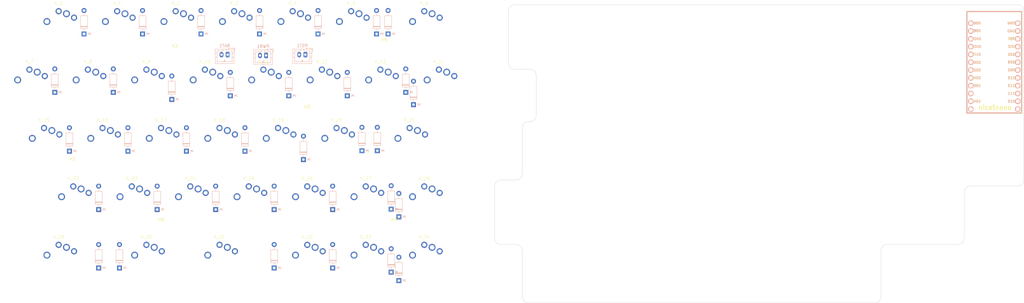
<source format=kicad_pcb>
(kicad_pcb (version 20240108) (generator "pcbnew") (generator_version "8.0")
  (layers (0 "F.Cu" signal) (31 "B.Cu" signal) (34 "B.Paste" user) (35 "F.Paste" user) (36 "B.SilkS" user "B.Silkscreen") (37 "F.SilkS" user "F.Silkscreen") (38 "B.Mask" user) (39 "F.Mask" user) (44 "Edge.Cuts" user))
  (net 0 "")
  (net 1 "col0")
  (net 2 "col1")
  (net 3 "col2")
  (net 4 "col3")
  (net 5 "col4")
  (net 6 "col5")
  (net 7 "col6")
  (net 8 "col7")
  (net 9 "row0")
  (net 10 "row1")
  (net 11 "row2")
  (net 12 "row3")
  (net 13 "row4")
  (net 14 "Net-(BAT1-Pin_2)")
  (net 15 "Net-(D_0-A)")
  (net 16 "Net-(D_1-A)")
  (net 17 "Net-(D_2-A)")
  (net 18 "Net-(D_3-A)")
  (net 19 "Net-(D_4-A)")
  (net 20 "Net-(D_5-A)")
  (net 21 "Net-(D_6-A)")
  (net 22 "Net-(D_7-A)")
  (net 23 "Net-(D_8-A)")
  (net 24 "Net-(D_9-A)")
  (net 25 "Net-(D_10-A)")
  (net 26 "Net-(D_11-A)")
  (net 27 "Net-(D_12-A)")
  (net 28 "Net-(D_13-A)")
  (net 29 "Net-(D_14-A)")
  (net 30 "Net-(D_15-A)")
  (net 31 "Net-(D_16-A)")
  (net 32 "Net-(D_17-A)")
  (net 33 "Net-(D_18-A)")
  (net 34 "Net-(D_19-A)")
  (net 35 "Net-(D_20-A)")
  (net 36 "Net-(D_21-A)")
  (net 37 "Net-(D_22-A)")
  (net 38 "Net-(D_23-A)")
  (net 39 "Net-(D_24-A)")
  (net 40 "Net-(D_25-A)")
  (net 41 "Net-(D_26-A)")
  (net 42 "Net-(D_27-A)")
  (net 43 "Net-(D_28-A)")
  (net 44 "Net-(D_29-A)")
  (net 45 "Net-(D_30-A)")
  (net 46 "Net-(D_31-A)")
  (net 47 "Net-(D_32-A)")
  (net 48 "Net-(D_33-A)")
  (net 49 "Net-(D_34-A)")
  (net 50 "Net-(BAT1-Pin_1)")
  (net 51 "Net-(PWR1-A)")
  (net 52 "Net-(RST1-B)")
  (net 61 "Net-(K_27-COL)")
  (footprint "cb:nice_nano_no_mid" (layer "F.Cu") (at 368.38 61.47 -90)
    (property "Reference" "U1" (hide yes))
    (property "Value" "nice_nano" (hide yes))
    (fp_text user "GND" (at -8.89 5.461 360) (layer "B.SilkS") (effects (font (size 0.8 0.8)) (justify mirror)))
    (fp_text user "031" (at -3.81 -5.537191 360) (layer "B.SilkS") (effects (font (size 0.8 0.8)) (justify mirror)))
    (fp_text user "006" (at -13.97 5.53719 360) (layer "B.SilkS") (effects (font (size 0.8 0.8)) (justify mirror)))
    (fp_text user "RAW" (at -13.97 -5.473715 360) (layer "B.SilkS") (effects (font (size 0.8 0.8)) (justify mirror)))
    (fp_text user "017" (at -3.81 5.53719 360) (layer "B.SilkS") (effects (font (size 0.8 0.8)) (justify mirror)))
    (fp_text user "029" (at -1.27 -5.537191 360) (layer "B.SilkS") (effects (font (size 0.8 0.8)) (justify mirror)))
    (fp_text user "104" (at 11.43 5.53719 360) (layer "B.SilkS") (effects (font (size 0.8 0.8)) (justify mirror)))
    (fp_text user "002" (at 1.27 -5.537191 360) (layer "B.SilkS") (effects (font (size 0.8 0.8)) (justify mirror)))
    (fp_text user "GND" (at -11.43 -5.454667 360) (layer "B.SilkS") (effects (font (size 0.8 0.8)) (justify mirror)))
    (fp_text user "VCC" (at -6.35 -5.537191 360) (layer "B.SilkS") (effects (font (size 0.8 0.8)) (justify mirror)))
    (fp_text user "024" (at 3.8 5.53719 360) (layer "B.SilkS") (effects (font (size 0.8 0.8)) (justify mirror)))
    (fp_text user "RST" (at -8.89 -5.588 360) (layer "B.SilkS") (effects (font (size 0.8 0.8)) (justify mirror)))
    (fp_text user "100" (at 6.35 5.53719 360) (layer "B.SilkS") (effects (font (size 0.8 0.8)) (justify mirror)))
    (fp_text user "113" (at 6.35 -5.537191 360) (layer "B.SilkS") (effects (font (size 0.8 0.8)) (justify mirror)))
    (fp_text user "115" (at 3.81 -5.537191 360) (layer "B.SilkS") (effects (font (size 0.8 0.8)) (justify mirror)))
    (fp_text user "GND" (at -6.35 5.461 360) (layer "B.SilkS") (effects (font (size 0.8 0.8)) (justify mirror)))
    (fp_text user "010" (at 11.43 -5.537191 360) (layer "B.SilkS") (effects (font (size 0.8 0.8)) (justify mirror)))
    (fp_text user "020" (at -1.2 5.53719 360) (layer "B.SilkS") (effects (font (size 0.8 0.8)) (justify mirror)))
    (fp_text user "022" (at 1.3 5.53719 360) (layer "B.SilkS") (effects (font (size 0.8 0.8)) (justify mirror)))
    (fp_text user "111" (at 8.89 -5.537191 360) (layer "B.SilkS") (effects (font (size 0.8 0.8)) (justify mirror)))
    (fp_text user "008" (at -11.5 5.53719 360) (layer "B.SilkS") (effects (font (size 0.8 0.8)) (justify mirror)))
    (fp_text user "RST" (at -8.89 -5.588 360) (layer "F.SilkS") (effects (font (size 0.8 0.8))))
    (fp_text user "VCC" (at -6.35 -5.537191 360) (layer "F.SilkS") (effects (font (size 0.8 0.8))))
    (fp_text user "100" (at 6.35 5.53719 360) (layer "F.SilkS") (effects (font (size 0.8 0.8))))
    (fp_text user "022" (at 1.3 5.53719 360) (layer "F.SilkS") (effects (font (size 0.8 0.8))))
    (fp_text user "GND" (at -8.89 5.461 360) (layer "F.SilkS") (effects (font (size 0.8 0.8))))
    (fp_text user "031" (at -3.81 -5.537191 360) (layer "F.SilkS") (effects (font (size 0.8 0.8))))
    (fp_text user "010" (at 11.43 -5.537191 360) (layer "F.SilkS") (effects (font (size 0.8 0.8))))
    (fp_text user "002" (at 1.27 -5.537191 360) (layer "F.SilkS") (effects (font (size 0.8 0.8))))
    (fp_text user "006" (at -13.97 5.53719 360) (layer "F.SilkS") (effects (font (size 0.8 0.8))))
    (fp_text user "RAW" (at -13.97 -5.473715 360) (layer "F.SilkS") (effects (font (size 0.8 0.8))))
    (fp_text user "020" (at -1.2 5.53719 360) (layer "F.SilkS") (effects (font (size 0.8 0.8))))
    (fp_text user "024" (at 3.81 5.53719 360) (layer "F.SilkS") (effects (font (size 0.8 0.8))))
    (fp_text user "GND" (at -11.43 -5.454667 360) (layer "F.SilkS") (effects (font (size 0.8 0.8))))
    (fp_text user "nice!nano" (at 13.462 -0.254 360) (layer "F.SilkS") (effects (font (size 1.5 1.5) (thickness 0.3))))
    (fp_text user "GND" (at -6.35 5.461 360) (layer "F.SilkS") (effects (font (size 0.8 0.8))))
    (fp_text user "113" (at 6.35 -5.537191 360) (layer "F.SilkS") (effects (font (size 0.8 0.8))))
    (fp_text user "008" (at -11.5 5.53719 360) (layer "F.SilkS") (effects (font (size 0.8 0.8))))
    (fp_text user "115" (at 3.81 -5.537191 360) (layer "F.SilkS") (effects (font (size 0.8 0.8))))
    (fp_text user "111" (at 8.89 -5.537191 360) (layer "F.SilkS") (effects (font (size 0.8 0.8))))
    (fp_text user "017" (at -3.8 5.53719 360) (layer "F.SilkS") (effects (font (size 0.8 0.8))))
    (fp_text user "104" (at 11.43 5.53719 360) (layer "F.SilkS") (effects (font (size 0.8 0.8))))
    (fp_text user "029" (at -1.27 -5.537191 360) (layer "F.SilkS") (effects (font (size 0.8 0.8))))
    (pad "1" thru_hole circle (at -13.97 7.62 270) (size 1.7526 1.7526) (drill 1.0922) (layers "*.Cu" "*.SilkS" "*.Mask"))
    (pad "2" thru_hole circle (at -11.43 7.62 270) (size 1.7526 1.7526) (drill 1.0922) (layers "*.Cu" "*.SilkS" "*.Mask"))
    (pad "3" thru_hole circle (at -8.89 7.62 270) (size 1.7526 1.7526) (drill 1.0922) (layers "*.Cu" "*.SilkS" "*.Mask"))
    (pad "4" thru_hole circle (at -6.35 7.62 270) (size 1.7526 1.7526) (drill 1.0922) (layers "*.Cu" "*.SilkS" "*.Mask"))
    (pad "5" thru_hole circle (at -3.81 7.62 270) (size 1.7526 1.7526) (drill 1.0922) (layers "*.Cu" "*.SilkS" "*.Mask"))
    (pad "6" thru_hole circle (at -1.27 7.62 270) (size 1.7526 1.7526) (drill 1.0922) (layers "*.Cu" "*.SilkS" "*.Mask"))
    (pad "7" thru_hole circle (at 1.27 7.62 270) (size 1.7526 1.7526) (drill 1.0922) (layers "*.Cu" "*.SilkS" "*.Mask"))
    (pad "8" thru_hole circle (at 3.81 7.62 270) (size 1.7526 1.7526) (drill 1.0922) (layers "*.Cu" "*.SilkS" "*.Mask") (net 9 "row0"))
    (pad "9" thru_hole circle (at 6.35 7.62 270) (size 1.7526 1.7526) (drill 1.0922) (layers "*.Cu" "*.SilkS" "*.Mask") (net 10 "row1"))
    (pad "10" thru_hole circle (at 8.89 7.62 270) (size 1.7526 1.7526) (drill 1.0922) (layers "*.Cu" "*.SilkS" "*.Mask") (net 11 "row2"))
    (pad "11" thru_hole circle (at 11.43 7.62 270) (size 1.7526 1.7526) (drill 1.0922) (layers "*.Cu" "*.SilkS" "*.Mask") (net 12 "row3"))
    (pad "12" thru_hole circle (at 13.97 7.62 270) (size 1.7526 1.7526) (drill 1.0922) (layers "*.Cu" "*.SilkS" "*.Mask") (net 13 "row4"))
    (pad "13" thru_hole circle (at 13.97 -7.62 270) (size 1.7526 1.7526) (drill 1.0922) (layers "*.Cu" "*.SilkS" "*.Mask") (net 8 "col7"))
    (pad "14" thru_hole circle (at 11.43 -7.62 270) (size 1.7526 1.7526) (drill 1.0922) (layers "*.Cu" "*.SilkS" "*.Mask") (net 7 "col6"))
    (pad "15" thru_hole circle (at 8.89 -7.62 270) (size 1.7526 1.7526) (drill 1.0922) (layers "*.Cu" "*.SilkS" "*.Mask") (net 6 "col5"))
    (pad "16" thru_hole circle (at 6.35 -7.62 270) (size 1.7526 1.7526) (drill 1.0922) (layers "*.Cu" "*.SilkS" "*.Mask") (net 5 "col4"))
    (pad "17" thru_hole circle (at 3.81 -7.62 270) (size 1.7526 1.7526) (drill 1.0922) (layers "*.Cu" "*.SilkS" "*.Mask") (net 4 "col3"))
    (pad "18" thru_hole circle (at 1.27 -7.62 270) (size 1.7526 1.7526) (drill 1.0922) (layers "*.Cu" "*.SilkS" "*.Mask") (net 3 "col2"))
    (pad "19" thru_hole circle (at -1.27 -7.62 270) (size 1.7526 1.7526) (drill 1.0922) (layers "*.Cu" "*.SilkS" "*.Mask") (net 2 "col1"))
    (pad "20" thru_hole circle (at -3.81 -7.62 270) (size 1.7526 1.7526) (drill 1.0922) (layers "*.Cu" "*.SilkS" "*.Mask") (net 1 "col0"))
    (pad "21" thru_hole circle (at -6.35 -7.62 270) (size 1.7526 1.7526) (drill 1.0922) (layers "*.Cu" "*.SilkS" "*.Mask"))
    (pad "22" thru_hole circle (at -8.89 -7.62 270) (size 1.7526 1.7526) (drill 1.0922) (layers "*.Cu" "*.SilkS" "*.Mask") (net 52 "Net-(RST1-B)"))
    (pad "23" thru_hole circle (at -11.43 -7.62 270) (size 1.7526 1.7526) (drill 1.0922) (layers "*.Cu" "*.SilkS" "*.Mask") (net 50 "Net-(BAT1-Pin_1)"))
    (pad "24" thru_hole circle (at -13.97 -7.62 270) (size 1.7526 1.7526) (drill 1.0922) (layers "*.Cu" "*.SilkS" "*.Mask") (net 51 "Net-(PWR1-A)"))
  )
  (footprint "cb:Choc-MX-19mm-1u" (layer "F.Cu") (at 159.5 49.5)
    (property "Reference" "K_5" (at 0 -8.5 0) (layer "F.SilkS") (effects (font (thickness 0.1))))
    (property "Value" "KEYSW" (hide yes))
    (pad "" np_thru_hole circle (at -5.5 0 48.1) (size 1.9 1.9) (drill 1.9) (layers "*.Cu" "*.Mask"))
    (pad "" np_thru_hole circle (at -5.08 0 48.0996) (size 1.75 1.75) (drill 1.75) (layers "*.Cu" "*.Mask"))
    (pad "" np_thru_hole circle (at 0 0) (size 3.9878 3.9878) (drill 3.9878) (layers "*.Cu" "*.Mask"))
    (pad "" np_thru_hole circle (at 5.08 0 48.0996) (size 1.75 1.75) (drill 1.75) (layers "*.Cu" "*.Mask"))
    (pad "" np_thru_hole circle (at 5.5 0 48.1) (size 1.9 1.9) (drill 1.9) (layers "*.Cu" "*.Mask"))
    (pad "1" thru_hole circle (at -3.81 -2.54) (size 2.25 2.25) (drill 1.47) (layers "*.Cu" "B.Mask") (net 7 "col6"))
    (pad "1" thru_hole circle (at 5 -3.8) (size 2 2) (drill 1.2) (layers "*.Cu" "B.Mask") (net 7 "col6"))
    (pad "2" thru_hole circle (at 0 -5.9) (size 2 2) (drill 1.2) (layers "*.Cu" "B.Mask") (net 20 "Net-(D_5-A)"))
    (pad "2" thru_hole circle (at 2.54 -5.08) (size 2.25 2.25) (drill 1.47) (layers "*.Cu" "B.Mask") (net 20 "Net-(D_5-A)"))
  )
  (footprint "cb:Choc-MX-19mm-1u" (layer "F.Cu") (at 78.75 87.5)
    (property "Reference" "K_16" (at 0 -8.5 0) (layer "F.SilkS") (effects (font (thickness 0.1))))
    (property "Value" "KEYSW" (hide yes))
    (pad "" np_thru_hole circle (at -5.5 0 48.1) (size 1.9 1.9) (drill 1.9) (layers "*.Cu" "*.Mask"))
    (pad "" np_thru_hole circle (at -5.08 0 48.0996) (size 1.75 1.75) (drill 1.75) (layers "*.Cu" "*.Mask"))
    (pad "" np_thru_hole circle (at 0 0) (size 3.9878 3.9878) (drill 3.9878) (layers "*.Cu" "*.Mask"))
    (pad "" np_thru_hole circle (at 5.08 0 48.0996) (size 1.75 1.75) (drill 1.75) (layers "*.Cu" "*.Mask"))
    (pad "" np_thru_hole circle (at 5.5 0 48.1) (size 1.9 1.9) (drill 1.9) (layers "*.Cu" "*.Mask"))
    (pad "1" thru_hole circle (at -3.81 -2.54) (size 2.25 2.25) (drill 1.47) (layers "*.Cu" "B.Mask") (net 2 "col1"))
    (pad "1" thru_hole circle (at 5 -3.8) (size 2 2) (drill 1.2) (layers "*.Cu" "B.Mask") (net 2 "col1"))
    (pad "2" thru_hole circle (at 0 -5.9) (size 2 2) (drill 1.2) (layers "*.Cu" "B.Mask") (net 31 "Net-(D_16-A)"))
    (pad "2" thru_hole circle (at 2.54 -5.08) (size 2.25 2.25) (drill 1.47) (layers "*.Cu" "B.Mask") (net 31 "Net-(D_16-A)"))
  )
  (footprint "cb:Choc-MX-19mm-1u" (layer "F.Cu") (at 131 68.5)
    (property "Reference" "K_11" (at 0 -8.5 0) (layer "F.SilkS") (effects (font (thickness 0.1))))
    (property "Value" "KEYSW" (hide yes))
    (pad "" np_thru_hole circle (at -5.5 0 48.1) (size 1.9 1.9) (drill 1.9) (layers "*.Cu" "*.Mask"))
    (pad "" np_thru_hole circle (at -5.08 0 48.0996) (size 1.75 1.75) (drill 1.75) (layers "*.Cu" "*.Mask"))
    (pad "" np_thru_hole circle (at 0 0) (size 3.9878 3.9878) (drill 3.9878) (layers "*.Cu" "*.Mask"))
    (pad "" np_thru_hole circle (at 5.08 0 48.0996) (size 1.75 1.75) (drill 1.75) (layers "*.Cu" "*.Mask"))
    (pad "" np_thru_hole circle (at 5.5 0 48.1) (size 1.9 1.9) (drill 1.9) (layers "*.Cu" "*.Mask"))
    (pad "1" thru_hole circle (at -3.81 -2.54) (size 2.25 2.25) (drill 1.47) (layers "*.Cu" "B.Mask") (net 5 "col4"))
    (pad "1" thru_hole circle (at 5 -3.8) (size 2 2) (drill 1.2) (layers "*.Cu" "B.Mask") (net 5 "col4"))
    (pad "2" thru_hole circle (at 0 -5.9) (size 2 2) (drill 1.2) (layers "*.Cu" "B.Mask") (net 26 "Net-(D_11-A)"))
    (pad "2" thru_hole circle (at 2.54 -5.08) (size 2.25 2.25) (drill 1.47) (layers "*.Cu" "B.Mask") (net 26 "Net-(D_11-A)"))
  )
  (footprint "cb:Choc-MX-19mm-1u" (layer "F.Cu") (at 64.5 49.5)
    (property "Reference" "K_0" (at 0 -8.5 0) (layer "F.SilkS") (effects (font (thickness 0.1))))
    (property "Value" "KEYSW" (hide yes))
    (pad "" np_thru_hole circle (at -5.5 0 48.1) (size 1.9 1.9) (drill 1.9) (layers "*.Cu" "*.Mask"))
    (pad "" np_thru_hole circle (at -5.08 0 48.0996) (size 1.75 1.75) (drill 1.75) (layers "*.Cu" "*.Mask"))
    (pad "" np_thru_hole circle (at 0 0) (size 3.9878 3.9878) (drill 3.9878) (layers "*.Cu" "*.Mask"))
    (pad "" np_thru_hole circle (at 5.08 0 48.0996) (size 1.75 1.75) (drill 1.75) (layers "*.Cu" "*.Mask"))
    (pad "" np_thru_hole circle (at 5.5 0 48.1) (size 1.9 1.9) (drill 1.9) (layers "*.Cu" "*.Mask"))
    (pad "1" thru_hole circle (at -3.81 -2.54) (size 2.25 2.25) (drill 1.47) (layers "*.Cu" "B.Mask") (net 2 "col1"))
    (pad "1" thru_hole circle (at 5 -3.8) (size 2 2) (drill 1.2) (layers "*.Cu" "B.Mask") (net 2 "col1"))
    (pad "2" thru_hole circle (at 0 -5.9) (size 2 2) (drill 1.2) (layers "*.Cu" "B.Mask") (net 15 "Net-(D_0-A)"))
    (pad "2" thru_hole circle (at 2.54 -5.08) (size 2.25 2.25) (drill 1.47) (layers "*.Cu" "B.Mask") (net 15 "Net-(D_0-A)"))
  )
  (footprint "cb:Choc-MX-19mm-1u" (layer "F.Cu") (at 140.5 49.5)
    (property "Reference" "K_4" (at 0 -8.5 0) (layer "F.SilkS") (effects (font (thickness 0.1))))
    (property "Value" "KEYSW" (hide yes))
    (pad "" np_thru_hole circle (at -5.5 0 48.1) (size 1.9 1.9) (drill 1.9) (layers "*.Cu" "*.Mask"))
    (pad "" np_thru_hole circle (at -5.08 0 48.0996) (size 1.75 1.75) (drill 1.75) (layers "*.Cu" "*.Mask"))
    (pad "" np_thru_hole circle (at 0 0) (size 3.9878 3.9878) (drill 3.9878) (layers "*.Cu" "*.Mask"))
    (pad "" np_thru_hole circle (at 5.08 0 48.0996) (size 1.75 1.75) (drill 1.75) (layers "*.Cu" "*.Mask"))
    (pad "" np_thru_hole circle (at 5.5 0 48.1) (size 1.9 1.9) (drill 1.9) (layers "*.Cu" "*.Mask"))
    (pad "1" thru_hole circle (at -3.81 -2.54) (size 2.25 2.25) (drill 1.47) (layers "*.Cu" "B.Mask") (net 6 "col5"))
    (pad "1" thru_hole circle (at 5 -3.8) (size 2 2) (drill 1.2) (layers "*.Cu" "B.Mask") (net 6 "col5"))
    (pad "2" thru_hole circle (at 0 -5.9) (size 2 2) (drill 1.2) (layers "*.Cu" "B.Mask") (net 19 "Net-(D_4-A)"))
    (pad "2" thru_hole circle (at 2.54 -5.08) (size 2.25 2.25) (drill 1.47) (layers "*.Cu" "B.Mask") (net 19 "Net-(D_4-A)"))
  )
  (footprint "cb:Choc-MX-19mm-1u" (layer "F.Cu") (at 102.5 49.5)
    (property "Reference" "K_2" (at 0 -8.5 0) (layer "F.SilkS") (effects (font (thickness 0.1))))
    (property "Value" "KEYSW" (hide yes))
    (pad "" np_thru_hole circle (at -5.5 0 48.1) (size 1.9 1.9) (drill 1.9) (layers "*.Cu" "*.Mask"))
    (pad "" np_thru_hole circle (at -5.08 0 48.0996) (size 1.75 1.75) (drill 1.75) (layers "*.Cu" "*.Mask"))
    (pad "" np_thru_hole circle (at 0 0) (size 3.9878 3.9878) (drill 3.9878) (layers "*.Cu" "*.Mask"))
    (pad "" np_thru_hole circle (at 5.08 0 48.0996) (size 1.75 1.75) (drill 1.75) (layers "*.Cu" "*.Mask"))
    (pad "" np_thru_hole circle (at 5.5 0 48.1) (size 1.9 1.9) (drill 1.9) (layers "*.Cu" "*.Mask"))
    (pad "1" thru_hole circle (at -3.81 -2.54) (size 2.25 2.25) (drill 1.47) (layers "*.Cu" "B.Mask") (net 4 "col3"))
    (pad "1" thru_hole circle (at 5 -3.8) (size 2 2) (drill 1.2) (layers "*.Cu" "B.Mask") (net 4 "col3"))
    (pad "2" thru_hole circle (at 0 -5.9) (size 2 2) (drill 1.2) (layers "*.Cu" "B.Mask") (net 17 "Net-(D_2-A)"))
    (pad "2" thru_hole circle (at 2.54 -5.08) (size 2.25 2.25) (drill 1.47) (layers "*.Cu" "B.Mask") (net 17 "Net-(D_2-A)"))
  )
  (footprint "MountingHole:MountingHole_3.2mm_M3" (layer "F.Cu") (at 170.25 57.125)
    (property "Reference" "H5" (at 0 -4.2 0) (layer "F.SilkS"))
    (property "Value" "MountingHole")
    (pad "" np_thru_hole circle (at 0 0) (size 3.2 3.2) (drill 3.2) (layers "*.Cu" "*.Mask"))
  )
  (footprint "MountingHole:MountingHole_3.2mm_M3" (layer "F.Cu") (at 69 95.875)
    (property "Reference" "H1" (at 0 -4.2 0) (layer "F.SilkS"))
    (property "Value" "MountingHole")
    (pad "" np_thru_hole circle (at 0 0) (size 3.2 3.2) (drill 3.2) (layers "*.Cu" "*.Mask"))
  )
  (footprint "cb:Choc-MX-19mm-1u" (layer "F.Cu") (at 55 68.5)
    (property "Reference" "K_7" (at 0 -8.5 0) (layer "F.SilkS") (effects (font (thickness 0.1))))
    (property "Value" "KEYSW" (hide yes))
    (pad "" np_thru_hole circle (at -5.5 0 48.1) (size 1.9 1.9) (drill 1.9) (layers "*.Cu" "*.Mask"))
    (pad "" np_thru_hole circle (at -5.08 0 48.0996) (size 1.75 1.75) (drill 1.75) (layers "*.Cu" "*.Mask"))
    (pad "" np_thru_hole circle (at 0 0) (size 3.9878 3.9878) (drill 3.9878) (layers "*.Cu" "*.Mask"))
    (pad "" np_thru_hole circle (at 5.08 0 48.0996) (size 1.75 1.75) (drill 1.75) (layers "*.Cu" "*.Mask"))
    (pad "" np_thru_hole circle (at 5.5 0 48.1) (size 1.9 1.9) (drill 1.9) (layers "*.Cu" "*.Mask"))
    (pad "1" thru_hole circle (at -3.81 -2.54) (size 2.25 2.25) (drill 1.47) (layers "*.Cu" "B.Mask") (net 1 "col0"))
    (pad "1" thru_hole circle (at 5 -3.8) (size 2 2) (drill 1.2) (layers "*.Cu" "B.Mask") (net 1 "col0"))
    (pad "2" thru_hole circle (at 0 -5.9) (size 2 2) (drill 1.2) (layers "*.Cu" "B.Mask") (net 22 "Net-(D_7-A)"))
    (pad "2" thru_hole circle (at 2.54 -5.08) (size 2.25 2.25) (drill 1.47) (layers "*.Cu" "B.Mask") (net 22 "Net-(D_7-A)"))
  )
  (footprint "MountingHole:MountingHole_3.2mm_M3" (layer "F.Cu") (at 97.75 115.625)
    (property "Reference" "H6" (at 0 -4.2 0) (layer "F.SilkS"))
    (property "Value" "MountingHole")
    (pad "" np_thru_hole circle (at 0 0) (size 3.2 3.2) (drill 3.2) (layers "*.Cu" "*.Mask"))
  )
  (footprint "MountingHole:MountingHole_3.2mm_M3" (layer "F.Cu") (at 102.25 59.125)
    (property "Reference" "H2" (at 0 -4.2 0) (layer "F.SilkS"))
    (property "Value" "MountingHole")
    (pad "" np_thru_hole circle (at 0 0) (size 3.2 3.2) (drill 3.2) (layers "*.Cu" "*.Mask"))
  )
  (footprint "cb:Choc-MX-19mm-1u" (layer "F.Cu") (at 69.25 106.5)
    (property "Reference" "K_22" (at 0 -8.5 0) (layer "F.SilkS") (effects (font (thickness 0.1))))
    (property "Value" "KEYSW" (hide yes))
    (pad "" np_thru_hole circle (at -5.5 0 48.1) (size 1.9 1.9) (drill 1.9) (layers "*.Cu" "*.Mask"))
    (pad "" np_thru_hole circle (at -5.08 0 48.0996) (size 1.75 1.75) (drill 1.75) (layers "*.Cu" "*.Mask"))
    (pad "" np_thru_hole circle (at 0 0) (size 3.9878 3.9878) (drill 3.9878) (layers "*.Cu" "*.Mask"))
    (pad "" np_thru_hole circle (at 5.08 0 48.0996) (size 1.75 1.75) (drill 1.75) (layers "*.Cu" "*.Mask"))
    (pad "" np_thru_hole circle (at 5.5 0 48.1) (size 1.9 1.9) (drill 1.9) (layers "*.Cu" "*.Mask"))
    (pad "1" thru_hole circle (at -3.81 -2.54) (size 2.25 2.25) (drill 1.47) (layers "*.Cu" "B.Mask") (net 2 "col1"))
    (pad "1" thru_hole circle (at 5 -3.8) (size 2 2) (drill 1.2) (layers "*.Cu" "B.Mask") (net 2 "col1"))
    (pad "2" thru_hole circle (at 0 -5.9) (size 2 2) (drill 1.2) (layers "*.Cu" "B.Mask") (net 37 "Net-(D_22-A)"))
    (pad "2" thru_hole circle (at 2.54 -5.08) (size 2.25 2.25) (drill 1.47) (layers "*.Cu" "B.Mask") (net 37 "Net-(D_22-A)"))
  )
  (footprint "cb:Choc-MX-19mm-1u" (layer "F.Cu") (at 169 68.5)
    (property "Reference" "K_13" (at 0 -8.5 0) (layer "F.SilkS") (effects (font (thickness 0.1))))
    (property "Value" "KEYSW" (hide yes))
    (pad "" np_thru_hole circle (at -5.5 0 48.1) (size 1.9 1.9) (drill 1.9) (layers "*.Cu" "*.Mask"))
    (pad "" np_thru_hole circle (at -5.08 0 48.0996) (size 1.75 1.75) (drill 1.75) (layers "*.Cu" "*.Mask"))
    (pad "" np_thru_hole circle (at 0 0) (size 3.9878 3.9878) (drill 3.9878) (layers "*.Cu" "*.Mask"))
    (pad "" np_thru_hole circle (at 5.08 0 48.0996) (size 1.75 1.75) (drill 1.75) (layers "*.Cu" "*.Mask"))
    (pad "" np_thru_hole circle (at 5.5 0 48.1) (size 1.9 1.9) (drill 1.9) (layers "*.Cu" "*.Mask"))
    (pad "1" thru_hole circle (at -3.81 -2.54) (size 2.25 2.25) (drill 1.47) (layers "*.Cu" "B.Mask") (net 7 "col6"))
    (pad "1" thru_hole circle (at 5 -3.8) (size 2 2) (drill 1.2) (layers "*.Cu" "B.Mask") (net 7 "col6"))
    (pad "2" thru_hole circle (at 0 -5.9) (size 2 2) (drill 1.2) (layers "*.Cu" "B.Mask") (net 28 "Net-(D_13-A)"))
    (pad "2" thru_hole circle (at 2.54 -5.08) (size 2.25 2.25) (drill 1.47) (layers "*.Cu" "B.Mask") (net 28 "Net-(D_13-A)"))
  )
  (footprint "cb:Choc-MX-19mm-1u" (layer "F.Cu") (at 126.25 106.5)
    (property "Reference" "K_25" (at 0 -8.5 0) (layer "F.SilkS") (effects (font (thickness 0.1))))
    (property "Value" "KEYSW" (hide yes))
    (pad "" np_thru_hole circle (at -5.5 0 48.1) (size 1.9 1.9) (drill 1.9) (layers "*.Cu" "*.Mask"))
    (pad "" np_thru_hole circle (at -5.08 0 48.0996) (size 1.75 1.75) (drill 1.75) (layers "*.Cu" "*.Mask"))
    (pad "" np_thru_hole circle (at 0 0) (size 3.9878 3.9878) (drill 3.9878) (layers "*.Cu" "*.Mask"))
    (pad "" np_thru_hole circle (at 5.08 0 48.0996) (size 1.75 1.75) (drill 1.75) (layers "*.Cu" "*.Mask"))
    (pad "" np_thru_hole circle (at 5.5 0 48.1) (size 1.9 1.9) (drill 1.9) (layers "*.Cu" "*.Mask"))
    (pad "1" thru_hole circle (at -3.81 -2.54) (size 2.25 2.25) (drill 1.47) (layers "*.Cu" "B.Mask") (net 5 "col4"))
    (pad "1" thru_hole circle (at 5 -3.8) (size 2 2) (drill 1.2) (layers "*.Cu" "B.Mask") (net 5 "col4"))
    (pad "2" thru_hole circle (at 0 -5.9) (size 2 2) (drill 1.2) (layers "*.Cu" "B.Mask") (net 40 "Net-(D_25-A)"))
    (pad "2" thru_hole circle (at 2.54 -5.08) (size 2.25 2.25) (drill 1.47) (layers "*.Cu" "B.Mask") (net 40 "Net-(D_25-A)"))
  )
  (footprint "MountingHole:MountingHole_3.2mm_M3" (layer "F.Cu") (at 145.25 78.875)
    (property "Reference" "H3" (at 0 -4.2 0) (layer "F.SilkS"))
    (property "Value" "MountingHole")
    (pad "" np_thru_hole circle (at 0 0) (size 3.2 3.2) (drill 3.2) (layers "*.Cu" "*.Mask"))
  )
  (footprint "cb:Choc-MX-19mm-1u" (layer "F.Cu") (at 107.25 106.5)
    (property "Reference" "K_24" (at 0 -8.5 0) (layer "F.SilkS") (effects (font (thickness 0.1))))
    (property "Value" "KEYSW" (hide yes))
    (pad "" np_thru_hole circle (at -5.5 0 48.1) (size 1.9 1.9) (drill 1.9) (layers "*.Cu" "*.Mask"))
    (pad "" np_thru_hole circle (at -5.08 0 48.0996) (size 1.75 1.75) (drill 1.75) (layers "*.Cu" "*.Mask"))
    (pad "" np_thru_hole circle (at 0 0) (size 3.9878 3.9878) (drill 3.9878) (layers "*.Cu" "*.Mask"))
    (pad "" np_thru_hole circle (at 5.08 0 48.0996) (size 1.75 1.75) (drill 1.75) (layers "*.Cu" "*.Mask"))
    (pad "" np_thru_hole circle (at 5.5 0 48.1) (size 1.9 1.9) (drill 1.9) (layers "*.Cu" "*.Mask"))
    (pad "1" thru_hole circle (at -3.81 -2.54) (size 2.25 2.25) (drill 1.47) (layers "*.Cu" "B.Mask") (net 4 "col3"))
    (pad "1" thru_hole circle (at 5 -3.8) (size 2 2) (drill 1.2) (layers "*.Cu" "B.Mask") (net 4 "col3"))
    (pad "2" thru_hole circle (at 0 -5.9) (size 2 2) (drill 1.2) (layers "*.Cu" "B.Mask") (net 39 "Net-(D_24-A)"))
    (pad "2" thru_hole circle (at 2.54 -5.08) (size 2.25 2.25) (drill 1.47) (layers "*.Cu" "B.Mask") (net 39 "Net-(D_24-A)"))
  )
  (footprint "cb:Choc-MX-19mm-1u" (layer "F.Cu") (at 188 68.5)
    (property "Reference" "K_14" (at 0 -8.5 0) (layer "F.SilkS") (effects (font (thickness 0.1))))
    (property "Value" "KEYSW" (hide yes))
    (pad "" np_thru_hole circle (at -5.5 0 48.1) (size 1.9 1.9) (drill 1.9) (layers "*.Cu" "*.Mask"))
    (pad "" np_thru_hole circle (at -5.08 0 48.0996) (size 1.75 1.75) (drill 1.75) (layers "*.Cu" "*.Mask"))
    (pad "" np_thru_hole circle (at 0 0) (size 3.9878 3.9878) (drill 3.9878) (layers "*.Cu" "*.Mask"))
    (pad "" np_thru_hole circle (at 5.08 0 48.0996) (size 1.75 1.75) (drill 1.75) (layers "*.Cu" "*.Mask"))
    (pad "" np_thru_hole circle (at 5.5 0 48.1) (size 1.9 1.9) (drill 1.9) (layers "*.Cu" "*.Mask"))
    (pad "1" thru_hole circle (at -3.81 -2.54) (size 2.25 2.25) (drill 1.47) (layers "*.Cu" "B.Mask") (net 8 "col7"))
    (pad "1" thru_hole circle (at 5 -3.8) (size 2 2) (drill 1.2) (layers "*.Cu" "B.Mask") (net 8 "col7"))
    (pad "2" thru_hole circle (at 0 -5.9) (size 2 2) (drill 1.2) (layers "*.Cu" "B.Mask") (net 29 "Net-(D_14-A)"))
    (pad "2" thru_hole circle (at 2.54 -5.08) (size 2.25 2.25) (drill 1.47) (layers "*.Cu" "B.Mask") (net 29 "Net-(D_14-A)"))
  )
  (footprint "cb:Choc-MX-19mm-1.5u" (layer "F.Cu") (at 64.5 125.5)
    (property "Reference" "K_29" (at 0 -8.5 0) (layer "F.SilkS") (effects (font (thickness 0.1))))
    (property "Value" "KEYSW" (hide yes))
    (pad "" np_thru_hole circle (at -5.5 0 48.1) (size 1.9 1.9) (drill 1.9) (layers "*.Cu" "*.Mask"))
    (pad "" np_thru_hole circle (at -5.08 0 48.0996) (size 1.75 1.75) (drill 1.75) (layers "*.Cu" "*.Mask"))
    (pad "" np_thru_hole circle (at 0 0) (size 3.9878 3.9878) (drill 3.9878) (layers "*.Cu" "*.Mask"))
    (pad "" np_thru_hole circle (at 5.08 0 48.0996) (size 1.75 1.75) (drill 1.75) (layers "*.Cu" "*.Mask"))
    (pad "" np_thru_hole circle (at 5.5 0 48.1) (size 1.9 1.9) (drill 1.9) (layers "*.Cu" "*.Mask"))
    (pad "1" thru_hole circle (at -3.81 -2.54) (size 2.25 2.25) (drill 1.47) (layers "*.Cu" "B.Mask") (net 2 "col1"))
    (pad "1" thru_hole circle (at 5 -3.8) (size 2 2) (drill 1.2) (layers "*.Cu" "B.Mask") (net 2 "col1"))
    (pad "2" thru_hole circle (at 0 -5.9) (size 2 2) (drill 1.2) (layers "*.Cu" "B.Mask") (net 44 "Net-(D_29-A)"))
    (pad "2" thru_hole circle (at 2.54 -5.08) (size 2.25 2.25) (drill 1.47) (layers "*.Cu" "B.Mask") (net 44 "Net-(D_29-A)"))
  )
  (footprint "cb:Choc-MX-19mm-1u" (layer "F.Cu") (at 154.75 87.5)
    (property "Reference" "K_20" (at 0 -8.5 0) (layer "F.SilkS") (effects (font (thickness 0.1))))
    (property "Value" "KEYSW" (hide yes))
    (pad "" np_thru_hole circle (at -5.5 0 48.1) (size 1.9 1.9) (drill 1.9) (layers "*.Cu" "*.Mask"))
    (pad "" np_thru_hole circle (at -5.08 0 48.0996) (size 1.75 1.75) (drill 1.75) (layers "*.Cu" "*.Mask"))
    (pad "" np_thru_hole circle (at 0 0) (size 3.9878 3.9878) (drill 3.9878) (layers "*.Cu" "*.Mask"))
    (pad "" np_thru_hole circle (at 5.08 0 48.0996) (size 1.75 1.75) (drill 1.75) (layers "*.Cu" "*.Mask"))
    (pad "" np_thru_hole circle (at 5.5 0 48.1) (size 1.9 1.9) (drill 1.9) (layers "*.Cu" "*.Mask"))
    (pad "1" thru_hole circle (at -3.81 -2.54) (size 2.25 2.25) (drill 1.47) (layers "*.Cu" "B.Mask") (net 6 "col5"))
    (pad "1" thru_hole circle (at 5 -3.8) (size 2 2) (drill 1.2) (layers "*.Cu" "B.Mask") (net 6 "col5"))
    (pad "2" thru_hole circle (at 0 -5.9) (size 2 2) (drill 1.2) (layers "*.Cu" "B.Mask") (net 35 "Net-(D_20-A)"))
    (pad "2" thru_hole circle (at 2.54 -5.08) (size 2.25 2.25) (drill 1.47) (layers "*.Cu" "B.Mask") (net 35 "Net-(D_20-A)"))
  )
  (footprint "cb:Choc-MX-19mm-1u" (layer "F.Cu") (at 145.25 125.5)
    (property "Reference" "K_32" (at 0 -8.5 0) (layer "F.SilkS") (effects (font (thickness 0.1))))
    (property "Value" "KEYSW" (hide yes))
    (pad "" np_thru_hole circle (at -5.5 0 48.1) (size 1.9 1.9) (drill 1.9) (layers "*.Cu" "*.Mask"))
    (pad "" np_thru_hole circle (at -5.08 0 48.0996) (size 1.75 1.75) (drill 1.75) (layers "*.Cu" "*.Mask"))
    (pad "" np_thru_hole circle (at 0 0) (size 3.9878 3.9878) (drill 3.9878) (layers "*.Cu" "*.Mask"))
    (pad "" np_thru_hole circle (at 5.08 0 48.0996) (size 1.75 1.75) (drill 1.75) (layers "*.Cu" "*.Mask"))
    (pad "" np_thru_hole circle (at 5.5 0 48.1) (size 1.9 1.9) (drill 1.9) (layers "*.Cu" "*.Mask"))
    (pad "1" thru_hole circle (at -3.81 -2.54) (size 2.25 2.25) (drill 1.47) (layers "*.Cu" "B.Mask") (net 6 "col5"))
    (pad "1" thru_hole circle (at 5 -3.8) (size 2 2) (drill 1.2) (layers "*.Cu" "B.Mask") (net 6 "col5"))
    (pad "2" thru_hole circle (at 0 -5.9) (size 2 2) (drill 1.2) (layers "*.Cu" "B.Mask") (net 47 "Net-(D_32-A)"))
    (pad "2" thru_hole circle (at 2.54 -5.08) (size 2.25 2.25) (drill 1.47) (layers "*.Cu" "B.Mask") (net 47 "Net-(D_32-A)"))
  )
  (footprint "cb:Choc-MX-19mm-1u" (layer "F.Cu") (at 145.25 106.5)
    (property "Reference" "K_26" (at 0 -8.5 0) (layer "F.SilkS") (effects (font (thickness 0.1))))
    (property "Value" "KEYSW" (hide yes))
    (pad "" np_thru_hole circle (at -5.5 0 48.1) (size 1.9 1.9) (drill 1.9) (layers "*.Cu" "*.Mask"))
    (pad "" np_thru_hole circle (at -5.08 0 48.0996) (size 1.75 1.75) (drill 1.75) (layers "*.Cu" "*.Mask"))
    (pad "" np_thru_hole circle (at 0 0) (size 3.9878 3.9878) (drill 3.9878) (layers "*.Cu" "*.Mask"))
    (pad "" np_thru_hole circle (at 5.08 0 48.0996) (size 1.75 1.75) (drill 1.75) (layers "*.Cu" "*.Mask"))
    (pad "" np_thru_hole circle (at 5.5 0 48.1) (size 1.9 1.9) (drill 1.9) (layers "*.Cu" "*.Mask"))
    (pad "1" thru_hole circle (at -3.81 -2.54) (size 2.25 2.25) (drill 1.47) (layers "*.Cu" "B.Mask") (net 6 "col5"))
    (pad "1" thru_hole circle (at 5 -3.8) (size 2 2) (drill 1.2) (layers "*.Cu" "B.Mask") (net 6 "col5"))
    (pad "2" thru_hole circle (at 0 -5.9) (size 2 2) (drill 1.2) (layers "*.Cu" "B.Mask") (net 41 "Net-(D_26-A)"))
    (pad "2" thru_hole circle (at 2.54 -5.08) (size 2.25 2.25) (drill 1.47) (layers "*.Cu" "B.Mask") (net 41 "Net-(D_26-A)"))
  )
  (footprint "cb:Choc-MX-19mm-1u" (layer "F.Cu") (at 164.25 125.5)
    (property "Reference" "K_33" (at 0 -8.5 0) (layer "F.SilkS") (effects (font (thickness 0.1))))
    (property "Value" "KEYSW" (hide yes))
    (pad "" np_thru_hole circle (at -5.5 0 48.1) (size 1.9 1.9) (drill 1.9) (layers "*.Cu" "*.Mask"))
    (pad "" np_thru_hole circle (at -5.08 0 48.0996) (size 1.75 1.75) (drill 1.75) (layers "*.Cu" "*.Mask"))
    (pad "" np_thru_hole circle (at 0 0) (size 3.9878 3.9878) (drill 3.9878) (layers "*.Cu" "*.Mask"))
    (pad "" np_thru_hole circle (at 5.08 0 48.0996) (size 1.75 1.75) (drill 1.75) (layers "*.Cu" "*.Mask"))
    (pad "" np_thru_hole circle (at 5.5 0 48.1) (size 1.9 1.9) (drill 1.9) (layers "*.Cu" "*.Mask"))
    (pad "1" thru_hole circle (at -3.81 -2.54) (size 2.25 2.25) (drill 1.47) (layers "*.Cu" "B.Mask") (net 61 "Net-(K_27-COL)"))
    (pad "1" thru_hole circle (at 5 -3.8) (size 2 2) (drill 1.2) (layers "*.Cu" "B.Mask") (net 61 "Net-(K_27-COL)"))
    (pad "2" thru_hole circle (at 0 -5.9) (size 2 2) (drill 1.2) (layers "*.Cu" "B.Mask") (net 48 "Net-(D_33-A)"))
    (pad "2" thru_hole circle (at 2.54 -5.08) (size 2.25 2.25) (drill 1.47) (layers "*.Cu" "B.Mask") (net 48 "Net-(D_33-A)"))
  )
  (footprint "cb:Choc-MX-19mm-1u" (layer "F.Cu") (at 83.5 49.5)
    (property "Reference" "K_1" (at 0 -8.5 0) (layer "F.SilkS") (effects (font (thickness 0.1))))
    (property "Value" "KEYSW" (hide yes))
    (pad "" np_thru_hole circle (at -5.5 0 48.1) (size 1.9 1.9) (drill 1.9) (layers "*.Cu" "*.Mask"))
    (pad "" np_thru_hole circle (at -5.08 0 48.0996) (size 1.75 1.75) (drill 1.75) (layers "*.Cu" "*.Mask"))
    (pad "" np_thru_hole circle (at 0 0) (size 3.9878 3.9878) (drill 3.9878) (layers "*.Cu" "*.Mask"))
    (pad "" np_thru_hole circle (at 5.08 0 48.0996) (size 1.75 1.75) (drill 1.75) (layers "*.Cu" "*.Mask"))
    (pad "" np_thru_hole circle (at 5.5 0 48.1) (size 1.9 1.9) (drill 1.9) (layers "*.Cu" "*.Mask"))
    (pad "1" thru_hole circle (at -3.81 -2.54) (size 2.25 2.25) (drill 1.47) (layers "*.Cu" "B.Mask") (net 3 "col2"))
    (pad "1" thru_hole circle (at 5 -3.8) (size 2 2) (drill 1.2) (layers "*.Cu" "B.Mask") (net 3 "col2"))
    (pad "2" thru_hole circle (at 0 -5.9) (size 2 2) (drill 1.2) (layers "*.Cu" "B.Mask") (net 16 "Net-(D_1-A)"))
    (pad "2" thru_hole circle (at 2.54 -5.08) (size 2.25 2.25) (drill 1.47) (layers "*.Cu" "B.Mask") (net 16 "Net-(D_1-A)"))
  )
  (footprint "cb:Choc-MX-19mm-1u" (layer "F.Cu") (at 183.25 106.5)
    (property "Reference" "K_28" (at 0 -8.5 0) (layer "F.SilkS") (effects (font (thickness 0.1))))
    (property "Value" "KEYSW" (hide yes))
    (pad "" np_thru_hole circle (at -5.5 0 48.1) (size 1.9 1.9) (drill 1.9) (layers "*.Cu" "*.Mask"))
    (pad "" np_thru_hole circle (at -5.08 0 48.0996) (size 1.75 1.75) (drill 1.75) (layers "*.Cu" "*.Mask"))
    (pad "" np_thru_hole circle (at 0 0) (size 3.9878 3.9878) (drill 3.9878) (layers "*.Cu" "*.Mask"))
    (pad "" np_thru_hole circle (at 5.08 0 48.0996) (size 1.75 1.75) (drill 1.75) (layers "*.Cu" "*.Mask"))
    (pad "" np_thru_hole circle (at 5.5 0 48.1) (size 1.9 1.9) (drill 1.9) (layers "*.Cu" "*.Mask"))
    (pad "1" thru_hole circle (at -3.81 -2.54) (size 2.25 2.25) (drill 1.47) (layers "*.Cu" "B.Mask") (net 8 "col7"))
    (pad "1" thru_hole circle (at 5 -3.8) (size 2 2) (drill 1.2) (layers "*.Cu" "B.Mask") (net 8 "col7"))
    (pad "2" thru_hole circle (at 0 -5.9) (size 2 2) (drill 1.2) (layers "*.Cu" "B.Mask") (net 43 "Net-(D_28-A)"))
    (pad "2" thru_hole circle (at 2.54 -5.08) (size 2.25 2.25) (drill 1.47) (layers "*.Cu" "B.Mask") (net 43 "Net-(D_28-A)"))
  )
  (footprint "cb:Choc-MX-19mm-1u" (layer "F.Cu") (at 97.75 87.5)
    (property "Reference" "K_17" (at 0 -8.5 0) (layer "F.SilkS") (effects (font (thickness 0.1))))
    (property "Value" "KEYSW" (hide yes))
    (pad "" np_thru_hole circle (at -5.5 0 48.1) (size 1.9 1.9) (drill 1.9) (layers "*.Cu" "*.Mask"))
    (pad "" np_thru_hole circle (at -5.08 0 48.0996) (size 1.75 1.75) (drill 1.75) (layers "*.Cu" "*.Mask"))
    (pad "" np_thru_hole circle (at 0 0) (size 3.9878 3.9878) (drill 3.9878) (layers "*.Cu" "*.Mask"))
    (pad "" np_thru_hole circle (at 5.08 0 48.0996) (size 1.75 1.75) (drill 1.75) (layers "*.Cu" "*.Mask"))
    (pad "" np_thru_hole circle (at 5.5 0 48.1) (size 1.9 1.9) (drill 1.9) (layers "*.Cu" "*.Mask"))
    (pad "1" thru_hole circle (at -3.81 -2.54) (size 2.25 2.25) (drill 1.47) (layers "*.Cu" "B.Mask") (net 3 "col2"))
    (pad "1" thru_hole circle (at 5 -3.8) (size 2 2) (drill 1.2) (layers "*.Cu" "B.Mask") (net 3 "col2"))
    (pad "2" thru_hole circle (at 0 -5.9) (size 2 2) (drill 1.2) (layers "*.Cu" "B.Mask") (net 32 "Net-(D_17-A)"))
    (pad "2" thru_hole circle (at 2.54 -5.08) (size 2.25 2.25) (drill 1.47) (layers "*.Cu" "B.Mask") (net 32 "Net-(D_17-A)"))
  )
  (footprint "cb:Choc-MX-19mm-1u" (layer "F.Cu") (at 59.75 87.5)
    (property "Reference" "K_15" (at 0 -8.5 0) (layer "F.SilkS") (effects (font (thickness 0.1))))
    (property "Value" "KEYSW" (hide yes))
    (pad "" np_thru_hole circle (at -5.5 0 48.1) (size 1.9 1.9) (drill 1.9) (layers "*.Cu" "*.Mask"))
    (pad "" np_thru_hole circle (at -5.08 0 48.0996) (size 1.75 1.75) (drill 1.75) (layers "*.Cu" "*.Mask"))
    (pad "" np_thru_hole circle (at 0 0) (size 3.9878 3.9878) (drill 3.9878) (layers "*.Cu" "*.Mask"))
    (pad "" np_thru_hole circle (at 5.08 0 48.0996) (size 1.75 1.75) (drill 1.75) (layers "*.Cu" "*.Mask"))
    (pad "" np_thru_hole circle (at 5.5 0 48.1) (size 1.9 1.9) (drill 1.9) (layers "*.Cu" "*.Mask"))
    (pad "1" thru_hole circle (at -3.81 -2.54) (size 2.25 2.25) (drill 1.47) (layers "*.Cu" "B.Mask") (net 1 "col0"))
    (pad "1" thru_hole circle (at 5 -3.8) (size 2 2) (drill 1.2) (layers "*.Cu" "B.Mask") (net 1 "col0"))
    (pad "2" thru_hole circle (at 0 -5.9) (size 2 2) (drill 1.2) (layers "*.Cu" "B.Mask") (net 30 "Net-(D_15-A)"))
    (pad "2" thru_hole circle (at 2.54 -5.08) (size 2.25 2.25) (drill 1.47) (layers "*.Cu" "B.Mask") (net 30 "Net-(D_15-A)"))
  )
  (footprint "cb:Choc-MX-19mm-1.5u" (layer "F.Cu") (at 178.5 87.5)
    (property "Reference" "K_21" (at 0 -8.5 0) (layer "F.SilkS") (effects (font (thickness 0.1))))
    (property "Value" "KEYSW" (hide yes))
    (pad "" np_thru_hole circle (at -5.5 0 48.1) (size 1.9 1.9) (drill 1.9) (layers "*.Cu" "*.Mask"))
    (pad "" np_thru_hole circle (at -5.08 0 48.0996) (size 1.75 1.75) (drill 1.75) (layers "*.Cu" "*.Mask"))
    (pad "" np_thru_hole circle (at 0 0) (size 3.9878 3.9878) (drill 3.9878) (layers "*.Cu" "*.Mask"))
    (pad "" np_thru_hole circle (at 5.08 0 48.0996) (size 1.75 1.75) (drill 1.75) (layers "*.Cu" "*.Mask"))
    (pad "" np_thru_hole circle (at 5.5 0 48.1) (size 1.9 1.9) (drill 1.9) (layers "*.Cu" "*.Mask"))
    (pad "1" thru_hole circle (at -3.81 -2.54) (size 2.25 2.25) (drill 1.47) (layers "*.Cu" "B.Mask") (net 8 "col7"))
    (pad "1" thru_hole circle (at 5 -3.8) (size 2 2) (drill 1.2) (layers "*.Cu" "B.Mask") (net 8 "col7"))
    (pad "2" thru_hole circle (at 0 -5.9) (size 2 2) (drill 1.2) (layers "*.Cu" "B.Mask") (net 36 "Net-(D_21-A)"))
    (pad "2" thru_hole circle (at 2.54 -5.08) (size 2.25 2.25) (drill 1.47) (layers "*.Cu" "B.Mask") (net 36 "Net-(D_21-A)"))
  )
  (footprint "cb:Choc-MX-19mm-1u" (layer "F.Cu") (at 150 68.5)
    (property "Reference" "K_12" (at 0 -8.5 0) (layer "F.SilkS") (effects (font (thickness 0.1))))
    (property "Value" "KEYSW" (hide yes))
    (pad "" np_thru_hole circle (at -5.5 0 48.1) (size 1.9 1.9) (drill 1.9) (layers "*.Cu" "*.Mask"))
    (pad "" np_thru_hole circle (at -5.08 0 48.0996) (size 1.75 1.75) (drill 1.75) (layers "*.Cu" "*.Mask"))
    (pad "" np_thru_hole circle (at 0 0) (size 3.9878 3.9878) (drill 3.9878) (layers "*.Cu" "*.Mask"))
    (pad "" np_thru_hole circle (at 5.08 0 48.0996) (size 1.75 1.75) (drill 1.75) (layers "*.Cu" "*.Mask"))
    (pad "" np_thru_hole circle (at 5.5 0 48.1) (size 1.9 1.9) (drill 1.9) (layers "*.Cu" "*.Mask"))
    (pad "1" thru_hole circle (at -3.81 -2.54) (size 2.25 2.25) (drill 1.47) (layers "*.Cu" "B.Mask") (net 6 "col5"))
    (pad "1" thru_hole circle (at 5 -3.8) (size 2 2) (drill 1.2) (layers "*.Cu" "B.Mask") (net 6 "col5"))
    (pad "2" thru_hole circle (at 0 -5.9) (size 2 2) (drill 1.2) (layers "*.Cu" "B.Mask") (net 27 "Net-(D_12-A)"))
    (pad "2" thru_hole circle (at 2.54 -5.08) (size 2.25 2.25) (drill 1.47) (layers "*.Cu" "B.Mask") (net 27 "Net-(D_12-A)"))
  )
  (footprint "cb:Choc-MX-19mm-1u" (layer "F.Cu") (at 121.5 49.5)
    (property "Reference" "K_3" (at 0 -8.5 0) (layer "F.SilkS") (effects (font (thickness 0.1))))
    (property "Value" "KEYSW" (hide yes))
    (pad "" np_thru_hole circle (at -5.5 0 48.1) (size 1.9 1.9) (drill 1.9) (layers "*.Cu" "*.Mask"))
    (pad "" np_thru_hole circle (at -5.08 0 48.0996) (size 1.75 1.75) (drill 1.75) (layers "*.Cu" "*.Mask"))
    (pad "" np_thru_hole circle (at 0 0) (size 3.9878 3.9878) (drill 3.9878) (layers "*.Cu" "*.Mask"))
    (pad "" np_thru_hole circle (at 5.08 0 48.0996) (size 1.75 1.75) (drill 1.75) (layers "*.Cu" "*.Mask"))
    (pad "" np_thru_hole circle (at 5.5 0 48.1) (size 1.9 1.9) (drill 1.9) (layers "*.Cu" "*.Mask"))
    (pad "1" thru_hole circle (at -3.81 -2.54) (size 2.25 2.25) (drill 1.47) (layers "*.Cu" "B.Mask") (net 5 "col4"))
    (pad "1" thru_hole circle (at 5 -3.8) (size 2 2) (drill 1.2) (layers "*.Cu" "B.Mask") (net 5 "col4"))
    (pad "2" thru_hole circle (at 0 -5.9) (size 2 2) (drill 1.2) (layers "*.Cu" "B.Mask") (net 18 "Net-(D_3-A)"))
    (pad "2" thru_hole circle (at 2.54 -5.08) (size 2.25 2.25) (drill 1.47) (layers "*.Cu" "B.Mask") (net 18 "Net-(D_3-A)"))
  )
  (footprint "cb:Choc-MX-19mm-1u" (layer "F.Cu") (at 135.75 87.5)
    (property "Reference" "K_19" (at 0 -8.5 0) (layer "F.SilkS") (effects (font (thickness 0.1))))
    (property "Value" "KEYSW" (hide yes))
    (pad "" np_thru_hole circle (at -5.5 0 48.1) (size 1.9 1.9) (drill 1.9) (layers "*.Cu" "*.Mask"))
    (pad "" np_thru_hole circle (at -5.08 0 48.0996) (size 1.75 1.75) (drill 1.75) (layers "*.Cu" "*.Mask"))
    (pad "" np_thru_hole circle (at 0 0) (size 3.9878 3.9878) (drill 3.9878) (layers "*.Cu" "*.Mask"))
    (pad "" np_thru_hole circle (at 5.08 0 48.0996) (size 1.75 1.75) (drill 1.75) (layers "*.Cu" "*.Mask"))
    (pad "" np_thru_hole circle (at 5.5 0 48.1) (size 1.9 1.9) (drill 1.9) (layers "*.Cu" "*.Mask"))
    (pad "1" thru_hole circle (at -3.81 -2.54) (size 2.25 2.25) (drill 1.47) (layers "*.Cu" "B.Mask") (net 5 "col4"))
    (pad "1" thru_hole circle (at 5 -3.8) (size 2 2) (drill 1.2) (layers "*.Cu" "B.Mask") (net 5 "col4"))
    (pad "2" thru_hole circle (at 0 -5.9) (size 2 2) (drill 1.2) (layers "*.Cu" "B.Mask") (net 34 "Net-(D_19-A)"))
    (pad "2" thru_hole circle (at 2.54 -5.08) (size 2.25 2.25) (drill 1.47) (layers "*.Cu" "B.Mask") (net 34 "Net-(D_19-A)"))
  )
  (footprint "cb:Choc-MX-19mm-1u" (layer "F.Cu") (at 183.25 125.5)
    (property "Reference" "K_34" (at 0 -8.5 0) (layer "F.SilkS") (effects (font (thickness 0.1))))
    (property "Value" "KEYSW" (hide yes))
    (pad "" np_thru_hole circle (at -5.5 0 48.1) (size 1.9 1.9) (drill 1.9) (layers "*.Cu" "*.Mask"))
    (pad "" np_thru_hole circle (at -5.08 0 48.0996) (size 1.75 1.75) (drill 1.75) (layers "*.Cu" "*.Mask"))
    (pad "" np_thru_hole circle (at 0 0) (size 3.9878 3.9878) (drill 3.9878) (layers "*.Cu" "*.Mask"))
    (pad "" np_thru_hole circle (at 5.08 0 48.0996) (size 1.75 1.75) (drill 1.75) (layers "*.Cu" "*.Mask"))
    (pad "" np_thru_hole circle (at 5.5 0 48.1) (size 1.9 1.9) (drill 1.9) (layers "*.Cu" "*.Mask"))
    (pad "1" thru_hole circle (at -3.81 -2.54) (size 2.25 2.25) (drill 1.47) (layers "*.Cu" "B.Mask") (net 8 "col7"))
    (pad "1" thru_hole circle (at 5 -3.8) (size 2 2) (drill 1.2) (layers "*.Cu" "B.Mask") (net 8 "col7"))
    (pad "2" thru_hole circle (at 0 -5.9) (size 2 2) (drill 1.2) (layers "*.Cu" "B.Mask") (net 49 "Net-(D_34-A)"))
    (pad "2" thru_hole circle (at 2.54 -5.08) (size 2.25 2.25) (drill 1.47) (layers "*.Cu" "B.Mask") (net 49 "Net-(D_34-A)"))
  )
  (footprint "cb:Choc-MX-19mm-1u" (layer "F.Cu") (at 93 68.5)
    (property "Reference" "K_9" (at 0 -8.5 0) (layer "F.SilkS") (effects (font (thickness 0.1))))
    (property "Value" "KEYSW" (hide yes))
    (pad "" np_thru_hole circle (at -5.5 0 48.1) (size 1.9 1.9) (drill 1.9) (layers "*.Cu" "*.Mask"))
    (pad "" np_thru_hole circle (at -5.08 0 48.0996) (size 1.75 1.75) (drill 1.75) (layers "*.Cu" "*.Mask"))
    (pad "" np_thru_hole circle (at 0 0) (size 3.9878 3.9878) (drill 3.9878) (layers "*.Cu" "*.Mask"))
    (pad "" np_thru_hole circle (at 5.08 0 48.0996) (size 1.75 1.75) (drill 1.75) (layers "*.Cu" "*.Mask"))
    (pad "" np_thru_hole circle (at 5.5 0 48.1) (size 1.9 1.9) (drill 1.9) (layers "*.Cu" "*.Mask"))
    (pad "1" thru_hole circle (at -3.81 -2.54) (size 2.25 2.25) (drill 1.47) (layers "*.Cu" "B.Mask") (net 3 "col2"))
    (pad "1" thru_hole circle (at 5 -3.8) (size 2 2) (drill 1.2) (layers "*.Cu" "B.Mask") (net 3 "col2"))
    (pad "2" thru_hole circle (at 0 -5.9) (size 2 2) (drill 1.2) (layers "*.Cu" "B.Mask") (net 24 "Net-(D_9-A)"))
    (pad "2" thru_hole circle (at 2.54 -5.08) (size 2.25 2.25) (drill 1.47) (layers "*.Cu" "B.Mask") (net 24 "Net-(D_9-A)"))
  )
  (footprint "cb:Choc-MX-19mm-1.5u" (layer "F.Cu") (at 183.25 49.5)
    (property "Reference" "K_6" (at 0 -8.5 0) (layer "F.SilkS") (effects (font (thickness 0.1))))
    (property "Value" "KEYSW" (hide yes))
    (pad "" np_thru_hole circle (at -5.5 0 48.1) (size 1.9 1.9) (drill 1.9) (layers "*.Cu" "*.Mask"))
    (pad "" np_thru_hole circle (at -5.08 0 48.0996) (size 1.75 1.75) (drill 1.75) (layers "*.Cu" "*.Mask"))
    (pad "" np_thru_hole circle (at 0 0) (size 3.9878 3.9878) (drill 3.9878) (layers "*.Cu" "*.Mask"))
    (pad "" np_thru_hole circle (at 5.08 0 48.0996) (size 1.75 1.75) (drill 1.75) (layers "*.Cu" "*.Mask"))
    (pad "" np_thru_hole circle (at 5.5 0 48.1) (size 1.9 1.9) (drill 1.9) (layers "*.Cu" "*.Mask"))
    (pad "1" thru_hole circle (at -3.81 -2.54) (size 2.25 2.25) (drill 1.47) (layers "*.Cu" "B.Mask") (net 8 "col7"))
    (pad "1" thru_hole circle (at 5 -3.8) (size 2 2) (drill 1.2) (layers "*.Cu" "B.Mask") (net 8 "col7"))
    (pad "2" thru_hole circle (at 0 -5.9) (size 2 2) (drill 1.2) (layers "*.Cu" "B.Mask") (net 21 "Net-(D_6-A)"))
    (pad "2" thru_hole circle (at 2.54 -5.08) (size 2.25 2.25) (drill 1.47) (layers "*.Cu" "B.Mask") (net 21 "Net-(D_6-A)"))
  )
  (footprint "cb:Choc-MX-19mm-1u" (layer "F.Cu") (at 88.25 106.5)
    (property "Reference" "K_23" (at 0 -8.5 0) (layer "F.SilkS") (effects (font (thickness 0.1))))
    (property "Value" "KEYSW" (hide yes))
    (pad "" np_thru_hole circle (at -5.5 0 48.1) (size 1.9 1.9) (drill 1.9) (layers "*.Cu" "*.Mask"))
    (pad "" np_thru_hole circle (at -5.08 0 48.0996) (size 1.75 1.75) (drill 1.75) (layers "*.Cu" "*.Mask"))
    (pad "" np_thru_hole circle (at 0 0) (size 3.9878 3.9878) (drill 3.9878) (layers "*.Cu" "*.Mask"))
    (pad "" np_thru_hole circle (at 5.08 0 48.0996) (size 1.75 1.75) (drill 1.75) (layers "*.Cu" "*.Mask"))
    (pad "" np_thru_hole circle (at 5.5 0 48.1) (size 1.9 1.9) (drill 1.9) (layers "*.Cu" "*.Mask"))
    (pad "1" thru_hole circle (at -3.81 -2.54) (size 2.25 2.25) (drill 1.47) (layers "*.Cu" "B.Mask") (net 3 "col2"))
    (pad "1" thru_hole circle (at 5 -3.8) (size 2 2) (drill 1.2) (layers "*.Cu" "B.Mask") (net 3 "col2"))
    (pad "2" thru_hole circle (at 0 -5.9) (size 2 2) (drill 1.2) (layers "*.Cu" "B.Mask") (net 38 "Net-(D_23-A)"))
    (pad "2" thru_hole circle (at 2.54 -5.08) (size 2.25 2.25) (drill 1.47) (layers "*.Cu" "B.Mask") (net 38 "Net-(D_23-A)"))
  )
  (footprint "cb:Choc-MX-19mm-1.5u" (layer "F.Cu") (at 93 125.5)
    (property "Reference" "K_30" (at 0 -8.5 0) (layer "F.SilkS") (effects (font (thickness 0.1))))
    (property "Value" "KEYSW" (hide yes))
    (pad "" np_thru_hole circle (at -5.5 0 48.1) (size 1.9 1.9) (drill 1.9) (layers "*.Cu" "*.Mask"))
    (pad "" np_thru_hole circle (at -5.08 0 48.0996) (size 1.75 1.75) (drill 1.75) (layers "*.Cu" "*.Mask"))
    (pad "" np_thru_hole circle (at 0 0) (size 3.9878 3.9878) (drill 3.9878) (layers "*.Cu" "*.Mask"))
    (pad "" np_thru_hole circle (at 5.08 0 48.0996) (size 1.75 1.75) (drill 1.75) (layers "*.Cu" "*.Mask"))
    (pad "" np_thru_hole circle (at 5.5 0 48.1) (size 1.9 1.9) (drill 1.9) (layers "*.Cu" "*.Mask"))
    (pad "1" thru_hole circle (at -3.81 -2.54) (size 2.25 2.25) (drill 1.47) (layers "*.Cu" "B.Mask") (net 4 "col3"))
    (pad "1" thru_hole circle (at 5 -3.8) (size 2 2) (drill 1.2) (layers "*.Cu" "B.Mask") (net 4 "col3"))
    (pad "2" thru_hole circle (at 0 -5.9) (size 2 2) (drill 1.2) (layers "*.Cu" "B.Mask") (net 45 "Net-(D_30-A)"))
    (pad "2" thru_hole circle (at 2.54 -5.08) (size 2.25 2.25) (drill 1.47) (layers "*.Cu" "B.Mask") (net 45 "Net-(D_30-A)"))
  )
  (footprint "cb:Choc-MX-19mm-1u" (layer "F.Cu") (at 164.25 106.5)
    (property "Reference" "K_27" (at 0 -8.5 0) (layer "F.SilkS") (effects (font (thickness 0.1))))
    (property "Value" "KEYSW" (hide yes))
    (pad "" np_thru_hole circle (at -5.5 0 48.1) (size 1.9 1.9) (drill 1.9) (layers "*.Cu" "*.Mask"))
    (pad "" np_thru_hole circle (at -5.08 0 48.0996) (size 1.75 1.75) (drill 1.75) (layers "*.Cu" "*.Mask"))
    (pad "" np_thru_hole circle (at 0 0) (size 3.9878 3.9878) (drill 3.9878) (layers "*.Cu" "*.Mask"))
    (pad "" np_thru_hole circle (at 5.08 0 48.0996) (size 1.75 1.75) (drill 1.75) (layers "*.Cu" "*.Mask"))
    (pad "" np_thru_hole circle (at 5.5 0 48.1) (size 1.9 1.9) (drill 1.9) (layers "*.Cu" "*.Mask"))
    (pad "1" thru_hole circle (at -3.81 -2.54) (size 2.25 2.25) (drill 1.47) (layers "*.Cu" "B.Mask") (net 61 "Net-(K_27-COL)"))
    (pad "1" thru_hole circle (at 5 -3.8) (size 2 2) (drill 1.2) (layers "*.Cu" "B.Mask") (net 61 "Net-(K_27-COL)"))
    (pad "2" thru_hole circle (at 0 -5.9) (size 2 2) (drill 1.2) (layers "*.Cu" "B.Mask") (net 42 "Net-(D_27-A)"))
    (pad "2" thru_hole circle (at 2.54 -5.08) (size 2.25 2.25) (drill 1.47) (layers "*.Cu" "B.Mask") (net 42 "Net-(D_27-A)"))
  )
  (footprint "MountingHole:MountingHole_3.2mm_M3" (layer "F.Cu") (at 173.5 115.625)
    (property "Reference" "H4" (at 0 -4.2 0) (layer "F.SilkS"))
    (property "Value" "MountingHole")
    (pad "" np_thru_hole circle (at 0 0) (size 3.2 3.2) (drill 3.2) (layers "*.Cu" "*.Mask"))
  )
  (footprint "cb:Choc-MX-19mm-1u" (layer "F.Cu") (at 112 68.5)
    (property "Reference" "K_10" (at 0 -8.5 0) (layer "F.SilkS") (effects (font (thickness 0.1))))
    (property "Value" "KEYSW" (hide yes))
    (pad "" np_thru_hole circle (at -5.5 0 48.1) (size 1.9 1.9) (drill 1.9) (layers "*.Cu" "*.Mask"))
    (pad "" np_thru_hole circle (at -5.08 0 48.0996) (size 1.75 1.75) (drill 1.75) (layers "*.Cu" "*.Mask"))
    (pad "" np_thru_hole circle (at 0 0) (size 3.9878 3.9878) (drill 3.9878) (layers "*.Cu" "*.Mask"))
    (pad "" np_thru_hole circle (at 5.08 0 48.0996) (size 1.75 1.75) (drill 1.75) (layers "*.Cu" "*.Mask"))
    (pad "" np_thru_hole circle (at 5.5 0 48.1) (size 1.9 1.9) (drill 1.9) (layers "*.Cu" "*.Mask"))
    (pad "1" thru_hole circle (at -3.81 -2.54) (size 2.25 2.25) (drill 1.47) (layers "*.Cu" "B.Mask") (net 4 "col3"))
    (pad "1" thru_hole circle (at 5 -3.8) (size 2 2) (drill 1.2) (layers "*.Cu" "B.Mask") (net 4 "col3"))
    (pad "2" thru_hole circle (at 0 -5.9) (size 2 2) (drill 1.2) (layers "*.Cu" "B.Mask") (net 25 "Net-(D_10-A)"))
    (pad "2" thru_hole circle (at 2.54 -5.08) (size 2.25 2.25) (drill 1.47) (layers "*.Cu" "B.Mask") (net 25 "Net-(D_10-A)"))
  )
  (footprint "cb:Choc-MX-19mm-1u" (layer "F.Cu") (at 74 68.5)
    (property "Reference" "K_8" (at 0 -8.5 0) (layer "F.SilkS") (effects (font (thickness 0.1))))
    (property "Value" "KEYSW" (hide yes))
    (pad "" np_thru_hole circle (at -5.5 0 48.1) (size 1.9 1.9) (drill 1.9) (layers "*.Cu" "*.Mask"))
    (pad "" np_thru_hole circle (at -5.08 0 48.0996) (size 1.75 1.75) (drill 1.75) (layers "*.Cu" "*.Mask"))
    (pad "" np_thru_hole circle (at 0 0) (size 3.9878 3.9878) (drill 3.9878) (layers "*.Cu" "*.Mask"))
    (pad "" np_thru_hole circle (at 5.08 0 48.0996) (size 1.75 1.75) (drill 1.75) (layers "*.Cu" "*.Mask"))
    (pad "" np_thru_hole circle (at 5.5 0 48.1) (size 1.9 1.9) (drill 1.9) (layers "*.Cu" "*.Mask"))
    (pad "1" thru_hole circle (at -3.81 -2.54) (size 2.25 2.25) (drill 1.47) (layers "*.Cu" "B.Mask") (net 2 "col1"))
    (pad "1" thru_hole circle (at 5 -3.8) (size 2 2) (drill 1.2) (layers "*.Cu" "B.Mask") (net 2 "col1"))
    (pad "2" thru_hole circle (at 0 -5.9) (size 2 2) (drill 1.2) (layers "*.Cu" "B.Mask") (net 23 "Net-(D_8-A)"))
    (pad "2" thru_hole circle (at 2.54 -5.08) (size 2.25 2.25) (drill 1.47) (layers "*.Cu" "B.Mask") (net 23 "Net-(D_8-A)"))
  )
  (footprint "cb:Choc-MX-19mm-1u" (layer "F.Cu") (at 116.75 87.5)
    (property "Reference" "K_18" (at 0 -8.5 0) (layer "F.SilkS") (effects (font (thickness 0.1))))
    (property "Value" "KEYSW" (hide yes))
    (pad "" np_thru_hole circle (at -5.5 0 48.1) (size 1.9 1.9) (drill 1.9) (layers "*.Cu" "*.Mask"))
    (pad "" np_thru_hole circle (at -5.08 0 48.0996) (size 1.75 1.75) (drill 1.75) (layers "*.Cu" "*.Mask"))
    (pad "" np_thru_hole circle (at 0 0) (size 3.9878 3.9878) (drill 3.9878) (layers "*.Cu" "*.Mask"))
    (pad "" np_thru_hole circle (at 5.08 0 48.0996) (size 1.75 1.75) (drill 1.75) (layers "*.Cu" "*.Mask"))
    (pad "" np_thru_hole circle (at 5.5 0 48.1) (size 1.9 1.9) (drill 1.9) (layers "*.Cu" "*.Mask"))
    (pad "1" thru_hole circle (at -3.81 -2.54) (size 2.25 2.25) (drill 1.47) (layers "*.Cu" "B.Mask") (net 4 "col3"))
    (pad "1" thru_hole circle (at 5 -3.8) (size 2 2) (drill 1.2) (layers "*.Cu" "B.Mask") (net 4 "col3"))
    (pad "2" thru_hole circle (at 0 -5.9) (size 2 2) (drill 1.2) (layers "*.Cu" "B.Mask") (net 33 "Net-(D_18-A)"))
    (pad "2" thru_hole circle (at 2.54 -5.08) (size 2.25 2.25) (drill 1.47) (layers "*.Cu" "B.Mask") (net 33 "Net-(D_18-A)"))
  )
  (footprint "cb:Choc-MX-19mm-1u" (layer "F.Cu") (at 116.75 125.5)
    (property "Reference" "K_31" (at 0 -8.5 0) (layer "F.SilkS") (effects (font (thickness 0.1))))
    (property "Value" "KEYSW" (hide yes))
    (pad "" np_thru_hole circle (at -5.5 0 48.1) (size 1.9 1.9) (drill 1.9) (layers "*.Cu" "*.Mask"))
    (pad "" np_thru_hole circle (at -5.08 0 48.0996) (size 1.75 1.75) (drill 1.75) (layers "*.Cu" "*.Mask"))
    (pad "" np_thru_hole circle (at 0 0) (size 3.9878 3.9878) (drill 3.9878) (layers "*.Cu" "*.Mask"))
    (pad "" np_thru_hole circle (at 5.08 0 48.0996) (size 1.75 1.75) (drill 1.75) (layers "*.Cu" "*.Mask"))
    (pad "" np_thru_hole circle (at 5.5 0 48.1) (size 1.9 1.9) (drill 1.9) (layers "*.Cu" "*.Mask"))
    (pad "1" thru_hole circle (at -3.81 -2.54) (size 2.25 2.25) (drill 1.47) (layers "*.Cu" "B.Mask") (net 5 "col4"))
    (pad "1" thru_hole circle (at 5 -3.8) (size 2 2) (drill 1.2) (layers "*.Cu" "B.Mask") (net 5 "col4"))
    (pad "2" thru_hole circle (at 0 -5.9) (size 2 2) (drill 1.2) (layers "*.Cu" "B.Mask") (net 46 "Net-(D_31-A)"))
    (pad "2" thru_hole circle (at 2.54 -5.08) (size 2.25 2.25) (drill 1.47) (layers "*.Cu" "B.Mask") (net 46 "Net-(D_31-A)"))
  )
  (footprint "ScottoKeebs_Components:Diode_DO-35" (layer "B.Cu") (at 177.25 69.995 90)
    (property "Reference" "D_13" (hide yes))
    (property "Value" "D" (hide yes))
    (fp_text user "K" (at 0 1.8 -90) (layer "B.SilkS") (effects (justify mirror)))
    (pad "1" thru_hole rect (at 0 0 90) (size 1.6 1.6) (drill 0.8) (layers "*.Cu" "*.Mask") (net 10 "row1"))
    (pad "2" thru_hole oval (at 7.62 0 90) (size 1.6 1.6) (drill 0.8) (layers "*.Cu" "*.Mask") (net 28 "Net-(D_13-A)"))
  )
  (footprint "ScottoKeebs_Components:Diode_DO-35" (layer "B.Cu") (at 158.25 71.12 90)
    (property "Reference" "D_12" (hide yes))
    (property "Value" "D" (hide yes))
    (fp_text user "K" (at 0 1.8 90) (layer "B.SilkS") (effects (justify mirror)))
    (pad "1" thru_hole rect (at 0 0 90) (size 1.6 1.6) (drill 0.8) (layers "*.Cu" "*.Mask") (net 10 "row1"))
    (pad "2" thru_hole oval (at 7.62 0 90) (size 1.6 1.6) (drill 0.8) (layers "*.Cu" "*.Mask") (net 27 "Net-(D_12-A)"))
  )
  (footprint "ScottoKeebs_Components:Diode_DO-35" (layer "B.Cu") (at 134.5 108.12 90)
    (property "Reference" "D_25" (hide yes))
    (property "Value" "D" (hide yes))
    (fp_text user "K" (at 0 1.8 90) (layer "B.SilkS") (effects (justify mirror)))
    (pad "1" thru_hole rect (at 0 0 90) (size 1.6 1.6) (drill 0.8) (layers "*.Cu" "*.Mask") (net 12 "row3"))
    (pad "2" thru_hole oval (at 7.62 0 90) (size 1.6 1.6) (drill 0.8) (layers "*.Cu" "*.Mask") (net 40 "Net-(D_25-A)"))
  )
  (footprint "ScottoKeebs_Components:Diode_DO-35" (layer "B.Cu") (at 153.5 127.12 90)
    (property "Reference" "D_32" (hide yes))
    (property "Value" "D" (hide yes))
    (fp_text user "K" (at 0 1.8 90) (layer "B.SilkS") (effects (justify mirror)))
    (pad "1" thru_hole rect (at 0 0 90) (size 1.6 1.6) (drill 0.8) (layers "*.Cu" "*.Mask") (net 13 "row4"))
    (pad "2" thru_hole oval (at 7.62 0 90) (size 1.6 1.6) (drill 0.8) (layers "*.Cu" "*.Mask") (net 47 "Net-(D_32-A)"))
  )
  (footprint "Connector_JST:JST_PH_B2B-PH-K_1x02_P2.00mm_Vertical" (layer "B.Cu") (at 119.39 57.735 180)
    (property "Reference" "BAT1" (at 1 2.9 180) (layer "B.SilkS") (effects (justify mirror)))
    (property "Value" "B+")
    (pad "1" thru_hole roundrect (at 0 0 180) (size 1.2 1.75) (drill 0.75) (layers "*.Cu" "*.Mask") (roundrect_rratio 0.208333) (net 50 "Net-(BAT1-Pin_1)"))
    (pad "2" thru_hole oval (at 2 0 180) (size 1.2 1.75) (drill 0.75) (layers "*.Cu" "*.Mask") (net 14 "Net-(BAT1-Pin_2)"))
  )
  (footprint "ScottoKeebs_Components:Diode_DO-35" (layer "B.Cu") (at 139.25 71.12 90)
    (property "Reference" "D_11" (hide yes))
    (property "Value" "D" (hide yes))
    (fp_text user "K" (at 0 1.8 90) (layer "B.SilkS") (effects (justify mirror)))
    (pad "1" thru_hole rect (at 0 0 90) (size 1.6 1.6) (drill 0.8) (layers "*.Cu" "*.Mask") (net 10 "row1"))
    (pad "2" thru_hole oval (at 7.62 0 90) (size 1.6 1.6) (drill 0.8) (layers "*.Cu" "*.Mask") (net 26 "Net-(D_11-A)"))
  )
  (footprint "Connector_JST:JST_PH_B2B-PH-K_1x02_P2.00mm_Vertical" (layer "B.Cu") (at 144.64 57.735 180)
    (property "Reference" "RST1" (at 1 2.9 180) (layer "B.SilkS") (effects (justify mirror)))
    (property "Value" "SW_SPST")
    (pad "1" thru_hole roundrect (at 0 0 180) (size 1.2 1.75) (drill 0.75) (layers "*.Cu" "*.Mask") (roundrect_rratio 0.208333) (net 50 "Net-(BAT1-Pin_1)"))
    (pad "2" thru_hole oval (at 2 0 180) (size 1.2 1.75) (drill 0.75) (layers "*.Cu" "*.Mask") (net 52 "Net-(RST1-B)"))
  )
  (footprint "ScottoKeebs_Components:Diode_DO-35" (layer "B.Cu") (at 77.5 108.12 90)
    (property "Reference" "D_22" (hide yes))
    (property "Value" "D" (hide yes))
    (fp_text user "K" (at 0 1.8 90) (layer "B.SilkS") (effects (justify mirror)))
    (pad "1" thru_hole rect (at 0 0 90) (size 1.6 1.6) (drill 0.8) (layers "*.Cu" "*.Mask") (net 12 "row3"))
    (pad "2" thru_hole oval (at 7.62 0 90) (size 1.6 1.6) (drill 0.8) (layers "*.Cu" "*.Mask") (net 37 "Net-(D_22-A)"))
  )
  (footprint "Connector_JST:JST_PH_B2B-PH-K_1x02_P2.00mm_Vertical" (layer "B.Cu") (at 131.89 57.985 180)
    (property "Reference" "PWR1" (at 1 2.9 180) (layer "B.SilkS") (effects (justify mirror)))
    (property "Value" "SW_SPST")
    (pad "1" thru_hole roundrect (at 0 0 180) (size 1.2 1.75) (drill 0.75) (layers "*.Cu" "*.Mask") (roundrect_rratio 0.208333) (net 51 "Net-(PWR1-A)"))
    (pad "2" thru_hole oval (at 2 0 180) (size 1.2 1.75) (drill 0.75) (layers "*.Cu" "*.Mask") (net 14 "Net-(BAT1-Pin_2)"))
  )
  (footprint "ScottoKeebs_Components:Diode_DO-35" (layer "B.Cu") (at 129.75 50.995 90)
    (property "Reference" "D_3" (hide yes))
    (property "Value" "D" (hide yes))
    (fp_text user "K" (at 0 1.8 90) (layer "B.SilkS") (effects (justify mirror)))
    (pad "1" thru_hole rect (at 0 0 90) (size 1.6 1.6) (drill 0.8) (layers "*.Cu" "*.Mask") (net 9 "row0"))
    (pad "2" thru_hole oval (at 7.62 0 90) (size 1.6 1.6) (drill 0.8) (layers "*.Cu" "*.Mask") (net 18 "Net-(D_3-A)"))
  )
  (footprint "ScottoKeebs_Components:Diode_DO-35" (layer "B.Cu") (at 171.5 50.995 90)
    (property "Reference" "D_6" (hide yes))
    (property "Value" "D" (hide yes))
    (fp_text user "K" (at 0 1.8 90) (layer "B.SilkS") (effects (justify mirror)))
    (pad "1" thru_hole rect (at 0 0 90) (size 1.6 1.6) (drill 0.8) (layers "*.Cu" "*.Mask") (net 9 "row0"))
    (pad "2" thru_hole oval (at 7.62 0 90) (size 1.6 1.6) (drill 0.8) (layers "*.Cu" "*.Mask") (net 21 "Net-(D_6-A)"))
  )
  (footprint "ScottoKeebs_Components:Diode_DO-35" (layer "B.Cu") (at 163 88.995 90)
    (property "Reference" "D_20" (hide yes))
    (property "Value" "D" (hide yes))
    (fp_text user "K" (at 0 1.8 90) (layer "B.SilkS") (effects (justify mirror)))
    (pad "1" thru_hole rect (at 0 0 90) (size 1.6 1.6) (drill 0.8) (layers "*.Cu" "*.Mask") (net 11 "row2"))
    (pad "2" thru_hole oval (at 7.62 0 90) (size 1.6 1.6) (drill 0.8) (layers "*.Cu" "*.Mask") (net 35 "Net-(D_20-A)"))
  )
  (footprint "ScottoKeebs_Components:Diode_DO-35" (layer "B.Cu") (at 125 89.12 90)
    (property "Reference" "D_18" (hide yes))
    (property "Value" "D" (hide yes))
    (fp_text user "K" (at 0 1.8 90) (layer "B.SilkS") (effects (justify mirror)))
    (pad "1" thru_hole rect (at 0 0 90) (size 1.6 1.6) (drill 0.8) (layers "*.Cu" "*.Mask") (net 11 "row2"))
    (pad "2" thru_hole oval (at 7.62 0 90) (size 1.6 1.6) (drill 0.8) (layers "*.Cu" "*.Mask") (net 33 "Net-(D_18-A)"))
  )
  (footprint "ScottoKeebs_Components:Diode_DO-35" (layer "B.Cu") (at 175 110.495 90)
    (property "Reference" "D_28" (hide yes))
    (property "Value" "D" (hide yes))
    (fp_text user "K" (at 0 1.8 90) (layer "B.SilkS") (effects (justify mirror)))
    (pad "1" thru_hole rect (at 0 0 90) (size 1.6 1.6) (drill 0.8) (layers "*.Cu" "*.Mask") (net 12 "row3"))
    (pad "2" thru_hole oval (at 7.62 0 90) (size 1.6 1.6) (drill 0.8) (layers "*.Cu" "*.Mask") (net 43 "Net-(D_28-A)"))
  )
  (footprint "ScottoKeebs_Components:Diode_DO-35" (layer "B.Cu") (at 179.75 73.995 90)
    (property "Reference" "D_14" (hide yes))
    (property "Value" "D" (hide yes))
    (fp_text user "K" (at 0 1.8 -90) (layer "B.SilkS") (effects (justify mirror)))
    (pad "1" thru_hole rect (at 0 0 90) (size 1.6 1.6) (drill 0.8) (layers "*.Cu" "*.Mask") (net 10 "row1"))
    (pad "2" thru_hole oval (at 7.62 0 90) (size 1.6 1.6) (drill 0.8) (layers "*.Cu" "*.Mask") (net 29 "Net-(D_14-A)"))
  )
  (footprint "ScottoKeebs_Components:Diode_DO-35" (layer "B.Cu") (at 84.25 127.12 90)
    (property "Reference" "D_30" (hide yes))
    (property "Value" "D" (hide yes))
    (fp_text user "K" (at 0 1.8 90) (layer "B.SilkS") (effects (justify mirror)))
    (pad "1" thru_hole rect (at 0 0 90) (size 1.6 1.6) (drill 0.8) (layers "*.Cu" "*.Mask") (net 13 "row4"))
    (pad "2" thru_hole oval (at 7.62 0 90) (size 1.6 1.6) (drill 0.8) (layers "*.Cu" "*.Mask") (net 45 "Net-(D_30-A)"))
  )
  (footprint "ScottoKeebs_Components:Diode_DO-35" (layer "B.Cu") (at 167.75 50.995 90)
    (property "Reference" "D_5" (hide yes))
    (property "Value" "D" (hide yes))
    (fp_text user "K" (at 0 1.8 90) (layer "B.SilkS") (effects (justify mirror)))
    (pad "1" thru_hole rect (at 0 0 90) (size 1.6 1.6) (drill 0.8) (layers "*.Cu" "*.Mask") (net 9 "row0"))
    (pad "2" thru_hole oval (at 7.62 0 90) (size 1.6 1.6) (drill 0.8) (layers "*.Cu" "*.Mask") (net 20 "Net-(D_5-A)"))
  )
  (footprint "ScottoKeebs_Components:Diode_DO-35" (layer "B.Cu") (at 172.5 128.495 90)
    (property "Reference" "D_33" (hide yes))
    (property "Value" "D" (hide yes))
    (fp_text user "K" (at 0 1.8 90) (layer "B.SilkS") (effects (justify mirror)))
    (pad "1" thru_hole rect (at 0 0 90) (size 1.6 1.6) (drill 0.8) (layers "*.Cu" "*.Mask") (net 13 "row4"))
    (pad "2" thru_hole oval (at 7.62 0 90) (size 1.6 1.6) (drill 0.8) (layers "*.Cu" "*.Mask") (net 48 "Net-(D_33-A)"))
  )
  (footprint "ScottoKeebs_Components:Diode_DO-35" (layer "B.Cu") (at 144 91.87 90)
    (property "Reference" "D_19" (hide yes))
    (property "Value" "D" (hide yes))
    (fp_text user "K" (at 0 1.8 90) (layer "B.SilkS") (effects (justify mirror)))
    (pad "1" thru_hole rect (at 0 0 90) (size 1.6 1.6) (drill 0.8) (layers "*.Cu" "*.Mask") (net 11 "row2"))
    (pad "2" thru_hole oval (at 7.62 0 90) (size 1.6 1.6) (drill 0.8) (layers "*.Cu" "*.Mask") (net 34 "Net-(D_19-A)"))
  )
  (footprint "ScottoKeebs_Components:Diode_DO-35" (layer "B.Cu") (at 96.5 108.12 90)
    (property "Reference" "D_23" (hide yes))
    (property "Value" "D" (hide yes))
    (fp_text user "K" (at 0 1.8 90) (layer "B.SilkS") (effects (justify mirror)))
    (pad "1" thru_hole rect (at 0 0 90) (size 1.6 1.6) (drill 0.8) (layers "*.Cu" "*.Mask") (net 12 "row3"))
    (pad "2" thru_hole oval (at 7.62 0 90) (size 1.6 1.6) (drill 0.8) (layers "*.Cu" "*.Mask") (net 38 "Net-(D_23-A)"))
  )
  (footprint "ScottoKeebs_Components:Diode_DO-35" (layer "B.Cu") (at 175 131.245 90)
    (property "Reference" "D_34" (hide yes))
    (property "Value" "D" (hide yes))
    (fp_text user "K" (at 0 1.8 90) (layer "B.SilkS") (effects (justify mirror)))
    (pad "1" thru_hole rect (at 0 0 90) (size 1.6 1.6) (drill 0.8) (layers "*.Cu" "*.Mask") (net 13 "row4"))
    (pad "2" thru_hole oval (at 7.62 0 90) (size 1.6 1.6) (drill 0.8) (layers "*.Cu" "*.Mask") (net 49 "Net-(D_34-A)"))
  )
  (footprint "ScottoKeebs_Components:Diode_DO-35" (layer "B.Cu") (at 115.5 108.12 90)
    (property "Reference" "D_24" (hide yes))
    (property "Value" "D" (hide yes))
    (fp_text user "K" (at 0 1.8 90) (layer "B.SilkS") (effects (justify mirror)))
    (pad "1" thru_hole rect (at 0 0 90) (size 1.6 1.6) (drill 0.8) (layers "*.Cu" "*.Mask") (net 12 "row3"))
    (pad "2" thru_hole oval (at 7.62 0 90) (size 1.6 1.6) (drill 0.8) (layers "*.Cu" "*.Mask") (net 39 "Net-(D_24-A)"))
  )
  (footprint "ScottoKeebs_Components:Diode_DO-35" (layer "B.Cu") (at 72.75 50.995 90)
    (property "Reference" "D_0" (hide yes))
    (property "Value" "D" (hide yes))
    (fp_text user "K" (at 0 1.8 90) (layer "B.SilkS") (effects (justify mirror)))
    (pad "1" thru_hole rect (at 0 0 90) (size 1.6 1.6) (drill 0.8) (layers "*.Cu" "*.Mask") (net 9 "row0"))
    (pad "2" thru_hole oval (at 7.62 0 90) (size 1.6 1.6) (drill 0.8) (layers "*.Cu" "*.Mask") (net 15 "Net-(D_0-A)"))
  )
  (footprint "ScottoKeebs_Components:Diode_DO-35" (layer "B.Cu") (at 91.75 50.995 90)
    (property "Reference" "D_1" (hide yes))
    (property "Value" "D" (hide yes))
    (fp_text user "K" (at 0 1.8 90) (layer "B.SilkS") (effects (justify mirror)))
    (pad "1" thru_hole rect (at 0 0 90) (size 1.6 1.6) (drill 0.8) (layers "*.Cu" "*.Mask") (net 9 "row0"))
    (pad "2" thru_hole oval (at 7.62 0 90) (size 1.6 1.6) (drill 0.8) (layers "*.Cu" "*.Mask") (net 16 "Net-(D_1-A)"))
  )
  (footprint "ScottoKeebs_Components:Diode_DO-35" (layer "B.Cu") (at 82.25 69.995 90)
    (property "Reference" "D_8" (hide yes))
    (property "Value" "D" (hide yes))
    (fp_text user "K" (at 0 1.8 90) (layer "B.SilkS") (effects (justify mirror)))
    (pad "1" thru_hole rect (at 0 0 90) (size 1.6 1.6) (drill 0.8) (layers "*.Cu" "*.Mask") (net 10 "row1"))
    (pad "2" thru_hole oval (at 7.62 0 90) (size 1.6 1.6) (drill 0.8) (layers "*.Cu" "*.Mask") (net 23 "Net-(D_8-A)"))
  )
  (footprint "ScottoKeebs_Components:Diode_DO-35" (layer "B.Cu") (at 168 88.995 90)
    (property "Reference" "D_21" (hide yes))
    (property "Value" "D" (hide yes))
    (fp_text user "K" (at 0 1.8 90) (layer "B.SilkS") (effects (justify mirror)))
    (pad "1" thru_hole rect (at 0 0 90) (size 1.6 1.6) (drill 0.8) (layers "*.Cu" "*.Mask") (net 11 "row2"))
    (pad "2" thru_hole oval (at 7.62 0 90) (size 1.6 1.6) (drill 0.8) (layers "*.Cu" "*.Mask") (net 36 "Net-(D_21-A)"))
  )
  (footprint "ScottoKeebs_Components:Diode_DO-35" (layer "B.Cu") (at 172.5 107.995 90)
    (property "Reference" "D_27" (hide yes))
    (property "Value" "D" (hide yes))
    (fp_text user "K" (at 0 1.8 90) (layer "B.SilkS") (effects (justify mirror)))
    (pad "1" thru_hole rect (at 0 0 90) (size 1.6 1.6) (drill 0.8) (layers "*.Cu" "*.Mask") (net 12 "row3"))
    (pad "2" thru_hole oval (at 7.62 0 90) (size 1.6 1.6) (drill 0.8) (layers "*.Cu" "*.Mask") (net 42 "Net-(D_27-A)"))
  )
  (footprint "ScottoKeebs_Components:Diode_DO-35" (layer "B.Cu") (at 101.25 72.31 90)
    (property "Reference" "D_9" (hide yes))
    (property "Value" "D" (hide yes))
    (fp_text user "K" (at 0 1.8 90) (layer "B.SilkS") (effects (justify mirror)))
    (pad "1" thru_hole rect (at 0 0 90) (size 1.6 1.6) (drill 0.8) (layers "*.Cu" "*.Mask") (net 10 "row1"))
    (pad "2" thru_hole oval (at 7.62 0 90) (size 1.6 1.6) (drill 0.8) (layers "*.Cu" "*.Mask") (net 24 "Net-(D_9-A)"))
  )
  (footprint "ScottoKeebs_Components:Diode_DO-35" (layer "B.Cu") (at 106 89.12 90)
    (property "Reference" "D_17" (hide yes))
    (property "Value" "D" (hide yes))
    (fp_text user "K" (at 0 1.8 90) (layer "B.SilkS") (effects (justify mirror)))
    (pad "1" thru_hole rect (at 0 0 90) (size 1.6 1.6) (drill 0.8) (layers "*.Cu" "*.Mask") (net 11 "row2"))
    (pad "2" thru_hole oval (at 7.62 0 90) (size 1.6 1.6) (drill 0.8) (layers "*.Cu" "*.Mask") (net 32 "Net-(D_17-A)"))
  )
  (footprint "ScottoKeebs_Components:Diode_DO-35" (layer "B.Cu") (at 134.5 127.12 90)
    (property "Reference" "D_31" (hide yes))
    (property "Value" "D" (hide yes))
    (fp_text user "K" (at 0 1.8 90) (layer "B.SilkS") (effects (justify mirror)))
    (pad "1" thru_hole rect (at 0 0 90) (size 1.6 1.6) (drill 0.8) (layers "*.Cu" "*.Mask") (net 13 "row4"))
    (pad "2" thru_hole oval (at 7.62 0 90) (size 1.6 1.6) (drill 0.8) (layers "*.Cu" "*.Mask") (net 46 "Net-(D_31-A)"))
  )
  (footprint "ScottoKeebs_Components:Diode_DO-35" (layer "B.Cu") (at 110.75 50.995 90)
    (property "Reference" "D_2" (hide yes))
    (property "Value" "D" (hide yes))
    (fp_text user "K" (at 0 1.8 90) (layer "B.SilkS") (effects (justify mirror)))
    (pad "1" thru_hole rect (at 0 0 90) (size 1.6 1.6) (drill 0.8) (layers "*.Cu" "*.Mask") (net 9 "row0"))
    (pad "2" thru_hole oval (at 7.62 0 90) (size 1.6 1.6) (drill 0.8) (layers "*.Cu" "*.Mask") (net 17 "Net-(D_2-A)"))
  )
  (footprint "ScottoKeebs_Components:Diode_DO-35" (layer "B.Cu") (at 120.25 71.12 90)
    (property "Reference" "D_10" (hide yes))
    (property "Value" "D" (hide yes))
    (fp_text user "K" (at 0 1.8 90) (layer "B.SilkS") (effects (justify mirror)))
    (pad "1" thru_hole rect (at 0 0 90) (size 1.6 1.6) (drill 0.8) (layers "*.Cu" "*.Mask") (net 10 "row1"))
    (pad "2" thru_hole oval (at 7.62 0 90) (size 1.6 1.6) (drill 0.8) (layers "*.Cu" "*.Mask") (net 25 "Net-(D_10-A)"))
  )
  (footprint "ScottoKeebs_Components:Diode_DO-35" (layer "B.Cu") (at 68 89.12 90)
    (property "Reference" "D_15" (hide yes))
    (property "Value" "D" (hide yes))
    (fp_text user "K" (at 0 1.8 90) (layer "B.SilkS") (effects (justify mirror)))
    (pad "1" thru_hole rect (at 0 0 90) (size 1.6 1.6) (drill 0.8) (layers "*.Cu" "*.Mask") (net 11 "row2"))
    (pad "2" thru_hole oval (at 7.62 0 90) (size 1.6 1.6) (drill 0.8) (layers "*.Cu" "*.Mask") (net 30 "Net-(D_15-A)"))
  )
  (footprint "ScottoKeebs_Components:Diode_DO-35" (layer "B.Cu") (at 63.25 69.995 90)
    (property "Reference" "D_7" (hide yes))
    (property "Value" "D" (hide yes))
    (fp_text user "K" (at 0 1.8 90) (layer "B.SilkS") (effects (justify mirror)))
    (pad "1" thru_hole rect (at 0 0 90) (size 1.6 1.6) (drill 0.8) (layers "*.Cu" "*.Mask") (net 10 "row1"))
    (pad "2" thru_hole oval (at 7.62 0 90) (size 1.6 1.6) (drill 0.8) (layers "*.Cu" "*.Mask") (net 22 "Net-(D_7-A)"))
  )
  (footprint "ScottoKeebs_Components:Diode_DO-35" (layer "B.Cu") (at 148.75 50.995 90)
    (property "Reference" "D_4" (hide yes))
    (property "Value" "D" (hide yes))
    (fp_text user "K" (at 0 1.8 90) (layer "B.SilkS") (effects (justify mirror)))
    (pad "1" thru_hole rect (at 0 0 90) (size 1.6 1.6) (drill 0.8) (layers "*.Cu" "*.Mask") (net 9 "row0"))
    (pad "2" thru_hole oval (at 7.62 0 90) (size 1.6 1.6) (drill 0.8) (layers "*.Cu" "*.Mask") (net 19 "Net-(D_4-A)"))
  )
  (footprint "ScottoKeebs_Components:Diode_DO-35" (layer "B.Cu") (at 153.5 108.12 90)
    (property "Reference" "D_26" (hide yes))
    (property "Value" "D" (hide yes))
    (fp_text user "K" (at 0 1.8 90) (layer "B.SilkS") (effects (justify mirror)))
    (pad "1" thru_hole rect (at 0 0 90) (size 1.6 1.6) (drill 0.8) (layers "*.Cu" "*.Mask") (net 12 "row3"))
    (pad "2" thru_hole oval (at 7.62 0 90) (size 1.6 1.6) (drill 0.8) (layers "*.Cu" "*.Mask") (net 41 "Net-(D_26-A)"))
  )
  (footprint "ScottoKeebs_Components:Diode_DO-35" (layer "B.Cu") (at 77.5 127.12 90)
    (property "Reference" "D_29" (hide yes))
    (property "Value" "D" (hide yes))
    (fp_text user "K" (at 0 1.8 90) (layer "B.SilkS") (effects (justify mirror)))
    (pad "1" thru_hole rect (at 0 0 90) (size 1.6 1.6) (drill 0.8) (layers "*.Cu" "*.Mask") (net 13 "row4"))
    (pad "2" thru_hole oval (at 7.62 0 90) (size 1.6 1.6) (drill 0.8) (layers "*.Cu" "*.Mask") (net 44 "Net-(D_29-A)"))
  )
  (footprint "ScottoKeebs_Components:Diode_DO-35" (layer "B.Cu") (at 87 89.12 90)
    (property "Reference" "D_16" (hide yes))
    (property "Value" "D" (hide yes))
    (fp_text user "K" (at 0 1.8 90) (layer "B.SilkS") (effects (justify mirror)))
    (pad "1" thru_hole rect (at 0 0 90) (size 1.6 1.6) (drill 0.8) (layers "*.Cu" "*.Mask") (net 11 "row2"))
    (pad "2" thru_hole oval (at 7.62 0 90) (size 1.6 1.6) (drill 0.8) (layers "*.Cu" "*.Mask") (net 31 "Net-(D_16-A)"))
  )
  (gr_arc (start 331.59 121.5) (mid 332.175786 120.085786) (end 333.59 119.5) (stroke (width 0.1)) (layer "Edge.Cuts"))
  (gr_arc (start 376 41.5) (mid 377.414214 42.085786) (end 378 43.5) (stroke (width 0.1)) (layer "Edge.Cuts"))
  (gr_line (start 215.09 121.5) (end 215.09 136.5) (stroke (width 0.1)) (layer "Edge.Cuts"))
  (gr_line (start 378 98.5) (end 378 43.5) (stroke (width 0.1)) (layer "Edge.Cuts"))
  (gr_line (start 210.59 43.5) (end 210.59 60.5) (stroke (width 0.1)) (layer "Edge.Cuts"))
  (gr_arc (start 206.09 100.5) (mid 206.675786 99.085786) (end 208.09 98.5) (stroke (width 0.1)) (layer "Edge.Cuts"))
  (gr_arc (start 215.09 81.5) (mid 215.675786 80.085786) (end 217.09 79.5) (stroke (width 0.1)) (layer "Edge.Cuts"))
  (gr_arc (start 358.59 117.5) (mid 358.004214 118.914214) (end 356.59 119.5) (stroke (width 0.1)) (layer "Edge.Cuts"))
  (gr_arc (start 219.59 77.5) (mid 219.004214 78.914214) (end 217.59 79.5) (stroke (width 0.1)) (layer "Edge.Cuts"))
  (gr_arc (start 378 98.5) (mid 377.414214 99.914214) (end 376 100.5) (stroke (width 0.1)) (layer "Edge.Cuts"))
  (gr_arc (start 331.59 136.5) (mid 331.004214 137.914214) (end 329.59 138.5) (stroke (width 0.1)) (layer "Edge.Cuts"))
  (gr_line (start 213.09 98.5) (end 208.09 98.5) (stroke (width 0.1)) (layer "Edge.Cuts"))
  (gr_line (start 358.59 117.5) (end 358.59 102.5) (stroke (width 0.1)) (layer "Edge.Cuts"))
  (gr_line (start 219.59 64.5) (end 219.59 77.5) (stroke (width 0.1)) (layer "Edge.Cuts"))
  (gr_arc (start 213.09 119.5) (mid 214.504214 120.085786) (end 215.09 121.5) (stroke (width 0.1)) (layer "Edge.Cuts"))
  (gr_arc (start 358.59 102.5) (mid 359.175786 101.085786) (end 360.59 100.5) (stroke (width 0.1)) (layer "Edge.Cuts"))
  (gr_line (start 333.59 119.5) (end 356.59 119.5) (stroke (width 0.1)) (layer "Edge.Cuts"))
  (gr_line (start 212.59 41.5) (end 376 41.5) (stroke (width 0.1)) (layer "Edge.Cuts"))
  (gr_arc (start 210.59 43.5) (mid 211.175786 42.085786) (end 212.59 41.5) (stroke (width 0.1)) (layer "Edge.Cuts"))
  (gr_arc (start 217.59 62.5) (mid 219.004214 63.085786) (end 219.59 64.5) (stroke (width 0.1)) (layer "Edge.Cuts"))
  (gr_line (start 217.59 79.5) (end 217.09 79.5) (stroke (width 0.1)) (layer "Edge.Cuts"))
  (gr_arc (start 208.09 119.5) (mid 206.675786 118.914214) (end 206.09 117.5) (stroke (width 0.1)) (layer "Edge.Cuts"))
  (gr_arc (start 217.09 138.5) (mid 215.675786 137.914214) (end 215.09 136.5) (stroke (width 0.1)) (layer "Edge.Cuts"))
  (gr_arc (start 212.59 62.5) (mid 211.175786 61.914214) (end 210.59 60.5) (stroke (width 0.1)) (layer "Edge.Cuts"))
  (gr_line (start 331.59 136.5) (end 331.59 121.5) (stroke (width 0.1)) (layer "Edge.Cuts"))
  (gr_arc (start 215.09 96.5) (mid 214.504214 97.914214) (end 213.09 98.5) (stroke (width 0.1)) (layer "Edge.Cuts"))
  (gr_line (start 360.59 100.5) (end 376 100.5) (stroke (width 0.1)) (layer "Edge.Cuts"))
  (gr_line (start 215.09 81.5) (end 215.09 96.5) (stroke (width 0.1)) (layer "Edge.Cuts"))
  (gr_line (start 212.59 62.5) (end 217.59 62.5) (stroke (width 0.1)) (layer "Edge.Cuts"))
  (gr_line (start 206.09 100.5) (end 206.09 117.5) (stroke (width 0.1)) (layer "Edge.Cuts"))
  (gr_line (start 217.09 138.5) (end 329.59 138.5) (stroke (width 0.1)) (layer "Edge.Cuts"))
  (gr_line (start 208.09 119.5) (end 213.09 119.5) (stroke (width 0.1)) (layer "Edge.Cuts"))
)
</source>
